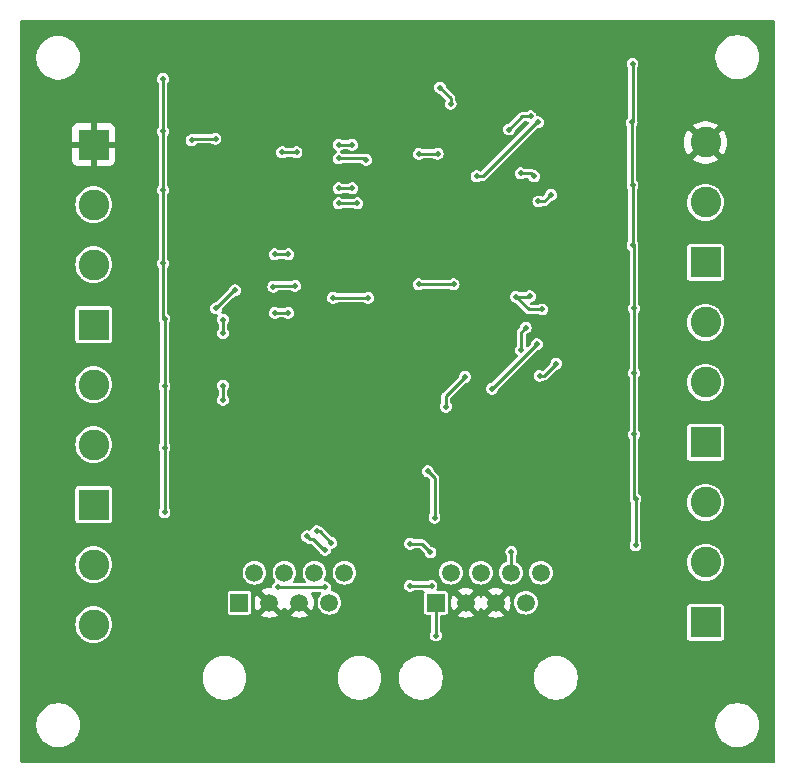
<source format=gbr>
%TF.GenerationSoftware,KiCad,Pcbnew,8.0.2*%
%TF.CreationDate,2024-10-12T15:23:14+02:00*%
%TF.ProjectId,OS-S88n,4f532d53-3838-46e2-9e6b-696361645f70,rev?*%
%TF.SameCoordinates,Original*%
%TF.FileFunction,Copper,L2,Bot*%
%TF.FilePolarity,Positive*%
%FSLAX46Y46*%
G04 Gerber Fmt 4.6, Leading zero omitted, Abs format (unit mm)*
G04 Created by KiCad (PCBNEW 8.0.2) date 2024-10-12 15:23:14*
%MOMM*%
%LPD*%
G01*
G04 APERTURE LIST*
%TA.AperFunction,ComponentPad*%
%ADD10R,2.600000X2.600000*%
%TD*%
%TA.AperFunction,ComponentPad*%
%ADD11C,2.600000*%
%TD*%
%TA.AperFunction,ComponentPad*%
%ADD12R,1.500000X1.500000*%
%TD*%
%TA.AperFunction,ComponentPad*%
%ADD13C,1.500000*%
%TD*%
%TA.AperFunction,ViaPad*%
%ADD14C,0.500000*%
%TD*%
%TA.AperFunction,Conductor*%
%ADD15C,0.250000*%
%TD*%
G04 APERTURE END LIST*
D10*
%TO.P,J101,1,Pin_1*%
%TO.N,/CS1/TRACK*%
X228305000Y-88302776D03*
D11*
%TO.P,J101,2,Pin_2*%
%TO.N,/CS2/TRACK*%
X228305000Y-83222776D03*
%TO.P,J101,3,Pin_3*%
%TO.N,/CS3/TRACK*%
X228305000Y-78142776D03*
%TD*%
D10*
%TO.P,J103,1,Pin_1*%
%TO.N,/CS7/TRACK*%
X228305000Y-57822776D03*
D11*
%TO.P,J103,2,Pin_2*%
%TO.N,/CS8/TRACK*%
X228305000Y-52742776D03*
%TO.P,J103,3,Pin_3*%
%TO.N,GND*%
X228305000Y-47662776D03*
%TD*%
D10*
%TO.P,J104,1,Pin_1*%
%TO.N,GND*%
X176500000Y-47852000D03*
D11*
%TO.P,J104,2,Pin_2*%
%TO.N,/CS9/TRACK*%
X176500000Y-52932000D03*
%TO.P,J104,3,Pin_3*%
%TO.N,/CS10/TRACK*%
X176500000Y-58012000D03*
%TD*%
D10*
%TO.P,J102,1,Pin_1*%
%TO.N,/CS4/TRACK*%
X228305000Y-73062776D03*
D11*
%TO.P,J102,2,Pin_2*%
%TO.N,/CS5/TRACK*%
X228305000Y-67982776D03*
%TO.P,J102,3,Pin_3*%
%TO.N,/CS6/TRACK*%
X228305000Y-62902776D03*
%TD*%
D12*
%TO.P,J2102,1*%
%TO.N,VCC*%
X205477000Y-86650000D03*
D13*
%TO.P,J2102,2*%
%TO.N,/RJ45/DATA_OUT*%
X206747000Y-84110000D03*
%TO.P,J2102,3*%
%TO.N,GND*%
X208017000Y-86650000D03*
%TO.P,J2102,4*%
%TO.N,/RJ45/CLOCK*%
X209287000Y-84110000D03*
%TO.P,J2102,5*%
%TO.N,GND*%
X210557000Y-86650000D03*
%TO.P,J2102,6*%
%TO.N,/RJ45/PL*%
X211827000Y-84110000D03*
%TO.P,J2102,7*%
%TO.N,Net-(J2101-Pad7)*%
X213097000Y-86650000D03*
%TO.P,J2102,8*%
%TO.N,unconnected-(J2102-Pad8)*%
X214367000Y-84110000D03*
%TD*%
D12*
%TO.P,J2101,1*%
%TO.N,VCC*%
X188840000Y-86650000D03*
D13*
%TO.P,J2101,2*%
%TO.N,/RJ45/DATA_IN*%
X190110000Y-84110000D03*
%TO.P,J2101,3*%
%TO.N,GND*%
X191380000Y-86650000D03*
%TO.P,J2101,4*%
%TO.N,/RJ45/CLOCK*%
X192650000Y-84110000D03*
%TO.P,J2101,5*%
%TO.N,GND*%
X193920000Y-86650000D03*
%TO.P,J2101,6*%
%TO.N,/RJ45/PL*%
X195190000Y-84110000D03*
%TO.P,J2101,7*%
%TO.N,Net-(J2101-Pad7)*%
X196460000Y-86650000D03*
%TO.P,J2101,8*%
%TO.N,unconnected-(J2101-Pad8)*%
X197730000Y-84110000D03*
%TD*%
D10*
%TO.P,J106,1,Pin_1*%
%TO.N,/CS14/TRACK*%
X176500000Y-78332000D03*
D11*
%TO.P,J106,2,Pin_2*%
%TO.N,/CS15/TRACK*%
X176500000Y-83412000D03*
%TO.P,J106,3,Pin_3*%
%TO.N,/CS16/TRACK*%
X176500000Y-88492000D03*
%TD*%
D10*
%TO.P,J105,1,Pin_1*%
%TO.N,/CS11/TRACK*%
X176500000Y-63092000D03*
D11*
%TO.P,J105,2,Pin_2*%
%TO.N,/CS12/TRACK*%
X176500000Y-68172000D03*
%TO.P,J105,3,Pin_3*%
%TO.N,/CS13/TRACK*%
X176500000Y-73252000D03*
%TD*%
D14*
%TO.N,GND*%
X186690000Y-44450000D03*
X199898000Y-70612000D03*
X222885000Y-54356000D03*
X202565000Y-39243000D03*
X221361000Y-38735000D03*
X209169000Y-65278000D03*
X202946000Y-77851000D03*
X223266000Y-42418000D03*
X213233000Y-69342000D03*
X210566000Y-93599000D03*
X178689000Y-64389000D03*
X179070000Y-74422000D03*
X217932000Y-62357000D03*
X217170000Y-79629000D03*
X201930000Y-69723000D03*
X179832000Y-78105000D03*
X200406000Y-62103000D03*
X200279000Y-58928000D03*
X213741000Y-58928000D03*
X213233000Y-42672000D03*
X218694000Y-76327000D03*
X222758000Y-50673000D03*
X223520000Y-89789000D03*
X224917000Y-64008000D03*
X183007000Y-53213000D03*
X202438000Y-58420000D03*
X186690000Y-52578000D03*
X183261000Y-75946000D03*
X173736000Y-63627000D03*
X181483000Y-44196000D03*
X198755000Y-75184000D03*
X173736000Y-85598000D03*
X187071000Y-58928000D03*
X181991000Y-95631000D03*
X205232000Y-70866000D03*
X183134000Y-58928000D03*
X206629000Y-47244000D03*
X224282000Y-74676000D03*
X199263000Y-77216000D03*
X186690000Y-65278000D03*
X202692000Y-62865000D03*
X225171000Y-53848000D03*
X198120000Y-79121000D03*
X179578000Y-88646000D03*
X193294000Y-61087000D03*
X221742000Y-84455000D03*
X192278000Y-79502000D03*
X193167000Y-55753000D03*
X231902000Y-64008000D03*
X173863000Y-73533000D03*
X204978000Y-69215000D03*
X180340000Y-56388000D03*
X209296000Y-62611000D03*
X191516000Y-82423000D03*
X208661000Y-45339000D03*
X186690000Y-53594000D03*
X184277000Y-64262000D03*
X223520000Y-48133000D03*
X190119000Y-65913000D03*
X181483000Y-59563000D03*
X209169000Y-58928000D03*
X207772000Y-49530000D03*
X184658000Y-75057000D03*
X207137000Y-65786000D03*
X190500000Y-75184000D03*
X209296000Y-74676000D03*
X188722000Y-53340000D03*
X225679000Y-69342000D03*
X206121000Y-77978000D03*
X231775000Y-54229000D03*
X223520000Y-44323000D03*
X183769000Y-81153000D03*
X173609000Y-55499000D03*
X210312000Y-41021000D03*
X200025000Y-46482000D03*
X217805000Y-56769000D03*
X188087000Y-97663000D03*
X202438000Y-50165000D03*
X188214000Y-79629000D03*
X217424000Y-50673000D03*
X224790000Y-57023000D03*
X186690000Y-49911000D03*
X187071000Y-38354000D03*
X180848000Y-51435000D03*
X210439000Y-74041000D03*
X216408000Y-38608000D03*
X233045000Y-89789000D03*
X192405000Y-93091000D03*
X196342000Y-97790000D03*
X217424000Y-41275000D03*
X183261000Y-69977000D03*
X174625000Y-50546000D03*
X211709000Y-51943000D03*
X183134000Y-48514000D03*
X183388000Y-65151000D03*
X221361000Y-54229000D03*
X224282000Y-79502000D03*
X186563000Y-70358000D03*
X207137000Y-62103000D03*
X217551000Y-53086000D03*
X208661000Y-38989000D03*
X181102000Y-64262000D03*
X223139000Y-46355000D03*
X221361000Y-44196000D03*
X223139000Y-56388000D03*
X188214000Y-64516000D03*
X188341000Y-62611000D03*
X219202000Y-82296000D03*
X218059000Y-54737000D03*
X183642000Y-89916000D03*
X176911000Y-93472000D03*
X191770000Y-74422000D03*
X210820000Y-66421000D03*
X217297000Y-68707000D03*
X206121000Y-73533000D03*
X198501000Y-38735000D03*
X221234000Y-59436000D03*
X203327000Y-46990000D03*
X221234000Y-49149000D03*
X173101000Y-78359000D03*
X208407000Y-60325000D03*
X232029000Y-72898000D03*
X221361000Y-60452000D03*
X217805000Y-47371000D03*
X217805000Y-44577000D03*
X223266000Y-60579000D03*
X219075000Y-71120000D03*
X231648000Y-81407000D03*
X211201000Y-54229000D03*
X204724000Y-77978000D03*
X179070000Y-83820000D03*
X176911000Y-43561000D03*
X220091000Y-94996000D03*
X173609000Y-67183000D03*
X187452000Y-55499000D03*
X231394000Y-46736000D03*
X181229000Y-47879000D03*
X204724000Y-76835000D03*
X187452000Y-77724000D03*
X217678000Y-59563000D03*
X187198000Y-46101000D03*
X216408000Y-70104000D03*
X225425000Y-49530000D03*
X199898000Y-50800000D03*
X206121000Y-76962000D03*
X193167000Y-58039000D03*
X191770000Y-38735000D03*
X178816000Y-68834000D03*
X201930000Y-65151000D03*
X173863000Y-91821000D03*
X194564000Y-66294000D03*
X178689000Y-38227000D03*
X210185000Y-51816000D03*
X183134000Y-43561000D03*
X213106000Y-98171000D03*
X221234000Y-76200000D03*
%TO.N,VCC*%
X222250000Y-72390000D03*
X182499000Y-68326000D03*
X182500000Y-79000000D03*
X182372000Y-57912000D03*
X182500000Y-73500000D03*
X186877500Y-61722000D03*
X207955901Y-67507100D03*
X222377000Y-77851000D03*
X222056500Y-45974000D03*
X222123000Y-56388000D03*
X182372000Y-42291000D03*
X222123000Y-51308000D03*
X184785000Y-47498000D03*
X205486000Y-89416500D03*
X182372000Y-46736000D03*
X206315143Y-70036858D03*
X188468000Y-60198000D03*
X205841767Y-43027767D03*
X182372000Y-51689000D03*
X182499000Y-62611000D03*
X204787500Y-75501500D03*
X222377000Y-81788000D03*
X222123000Y-41021000D03*
X222250000Y-67183000D03*
X206718431Y-44412431D03*
X205359000Y-79441500D03*
X186817000Y-47371000D03*
X222250000Y-61722000D03*
%TO.N,/CS6/CMOS*%
X214160267Y-52666733D03*
X215226733Y-52108267D03*
%TO.N,/CS15/CMOS*%
X191830500Y-62103000D03*
X192979500Y-62103000D03*
%TO.N,/CS16/CMOS*%
X187452000Y-69469000D03*
X187452000Y-63820500D03*
X187452000Y-68259500D03*
X187452000Y-62671500D03*
X192979500Y-57150000D03*
X191830500Y-57150000D03*
%TO.N,/SR-latch1/Q2*%
X215671233Y-66395767D03*
X214249000Y-67437000D03*
%TO.N,/SR-latch1/Q3*%
X214020233Y-64744767D03*
X210239109Y-68525892D03*
%TO.N,/SR-latch1/Q1*%
X212699767Y-65252767D03*
X213080767Y-63347767D03*
%TO.N,/SR-latch1/Q6*%
X213807500Y-50546000D03*
X212658500Y-50292000D03*
%TO.N,/SR-latch1/Q5*%
X214122000Y-45974000D03*
X208915000Y-50546000D03*
%TO.N,/SR-latch2/Q2*%
X198832500Y-52832000D03*
X197233500Y-52832000D03*
%TO.N,/SR-latch2/Q3*%
X198382500Y-51562000D03*
X197233500Y-51562000D03*
%TO.N,/SR-latch2/Q1*%
X198382500Y-47879000D03*
X197231000Y-47879000D03*
%TO.N,/RJ45/DATA_IN*%
X192075500Y-85344000D03*
X205105000Y-85217000D03*
X203284000Y-85217000D03*
X196088000Y-85344000D03*
%TO.N,/RJ45/PL*%
X211874733Y-82334733D03*
%TO.N,/RJ45/RESET*%
X213426500Y-60706000D03*
X197233500Y-49022000D03*
X205621500Y-48641000D03*
X214465795Y-61811796D03*
X204022500Y-59690000D03*
X193675000Y-48514000D03*
X211679500Y-46577000D03*
X206971500Y-59690000D03*
X196783500Y-60833000D03*
X192465500Y-48514000D03*
X193548000Y-59817000D03*
X213487000Y-45466000D03*
X204022500Y-48641000D03*
X212250000Y-60739000D03*
X199583500Y-49149000D03*
X191707198Y-59879802D03*
X199732500Y-60833000D03*
%TO.N,/RJ45/DATA_OUT*%
X203284000Y-81661000D03*
X205019000Y-82382000D03*
X194564000Y-81026000D03*
X196088000Y-82169000D03*
%TO.N,Net-(U2001-Q7)*%
X196635431Y-81573431D03*
X195377767Y-80569767D03*
%TD*%
D15*
%TO.N,VCC*%
X206315143Y-70036858D02*
X206315143Y-69147858D01*
X222250000Y-77724000D02*
X222377000Y-77851000D01*
X182372000Y-57912000D02*
X182372000Y-51689000D01*
X182372000Y-62484000D02*
X182372000Y-57912000D01*
X222056500Y-51241500D02*
X222123000Y-51308000D01*
X186817000Y-47371000D02*
X184912000Y-47371000D01*
X222123000Y-45907500D02*
X222056500Y-45974000D01*
X206718431Y-44412431D02*
X206718431Y-43904431D01*
X222250000Y-56515000D02*
X222250000Y-61722000D01*
X188468000Y-60198000D02*
X188401500Y-60198000D01*
X182372000Y-51689000D02*
X182372000Y-46736000D01*
X182500000Y-73500000D02*
X182500000Y-68327000D01*
X182372000Y-46736000D02*
X182372000Y-42291000D01*
X222056500Y-45974000D02*
X222056500Y-51241500D01*
X222377000Y-77851000D02*
X222377000Y-81788000D01*
X182500000Y-68327000D02*
X182499000Y-68326000D01*
X205477000Y-86650000D02*
X205477000Y-89407500D01*
X184912000Y-47371000D02*
X184785000Y-47498000D01*
X222250000Y-61722000D02*
X222250000Y-67183000D01*
X206718431Y-43904431D02*
X205841767Y-43027767D01*
X222123000Y-41021000D02*
X222123000Y-45907500D01*
X222123000Y-51308000D02*
X222123000Y-56388000D01*
X205477000Y-89407500D02*
X205486000Y-89416500D01*
X188401500Y-60198000D02*
X186877500Y-61722000D01*
X222250000Y-72390000D02*
X222250000Y-77724000D01*
X206315143Y-69147858D02*
X207955901Y-67507100D01*
X182499000Y-68326000D02*
X182499000Y-62611000D01*
X222123000Y-56388000D02*
X222250000Y-56515000D01*
X205359000Y-79441500D02*
X205359000Y-76073000D01*
X182500000Y-79000000D02*
X182500000Y-73500000D01*
X182499000Y-62611000D02*
X182372000Y-62484000D01*
X205359000Y-76073000D02*
X204787500Y-75501500D01*
X222250000Y-67183000D02*
X222250000Y-72390000D01*
%TO.N,/CS6/CMOS*%
X214668267Y-52666733D02*
X215226733Y-52108267D01*
X214160267Y-52666733D02*
X214668267Y-52666733D01*
%TO.N,/CS15/CMOS*%
X191830500Y-62103000D02*
X192979500Y-62103000D01*
%TO.N,/CS16/CMOS*%
X187452000Y-63820500D02*
X187452000Y-62671500D01*
X187452000Y-69469000D02*
X187452000Y-68259500D01*
X191830500Y-57150000D02*
X192979500Y-57150000D01*
%TO.N,/SR-latch1/Q2*%
X214249000Y-67437000D02*
X214630000Y-67437000D01*
X214630000Y-67437000D02*
X215671233Y-66395767D01*
%TO.N,/SR-latch1/Q3*%
X210239109Y-68525891D02*
X210239109Y-68525892D01*
X214020233Y-64744767D02*
X210239109Y-68525891D01*
%TO.N,/SR-latch1/Q1*%
X213080767Y-63347767D02*
X212699767Y-63728767D01*
X212699767Y-63728767D02*
X212699767Y-65252767D01*
%TO.N,/SR-latch1/Q6*%
X212658500Y-50292000D02*
X213553500Y-50292000D01*
X213553500Y-50292000D02*
X213807500Y-50546000D01*
%TO.N,/SR-latch1/Q5*%
X209423000Y-50546000D02*
X208915000Y-50546000D01*
X213995000Y-45974000D02*
X209423000Y-50546000D01*
X214122000Y-45974000D02*
X213995000Y-45974000D01*
%TO.N,/SR-latch2/Q2*%
X198832500Y-52832000D02*
X197233500Y-52832000D01*
%TO.N,/SR-latch2/Q3*%
X198382500Y-51562000D02*
X197233500Y-51562000D01*
%TO.N,/SR-latch2/Q1*%
X198382500Y-47879000D02*
X197231000Y-47879000D01*
%TO.N,/RJ45/DATA_IN*%
X205105000Y-85217000D02*
X203284000Y-85217000D01*
X196088000Y-85344000D02*
X192075500Y-85344000D01*
%TO.N,/RJ45/PL*%
X211874733Y-82334733D02*
X211874733Y-84062267D01*
X211874733Y-84062267D02*
X211827000Y-84110000D01*
%TO.N,/RJ45/RESET*%
X213322796Y-61811796D02*
X214465795Y-61811796D01*
X206971500Y-59690000D02*
X204022500Y-59690000D01*
X191770000Y-59817000D02*
X191707198Y-59879802D01*
X193675000Y-48514000D02*
X192465500Y-48514000D01*
X197233500Y-49022000D02*
X199456500Y-49022000D01*
X196783500Y-60833000D02*
X199732500Y-60833000D01*
X193548000Y-59817000D02*
X191770000Y-59817000D01*
X212790500Y-45466000D02*
X211679500Y-46577000D01*
X212250000Y-60739000D02*
X213322796Y-61811796D01*
X199456500Y-49022000D02*
X199583500Y-49149000D01*
X213393500Y-60739000D02*
X213426500Y-60706000D01*
X212250000Y-60739000D02*
X213393500Y-60739000D01*
X213487000Y-45466000D02*
X212790500Y-45466000D01*
X205621500Y-48641000D02*
X204022500Y-48641000D01*
%TO.N,/RJ45/DATA_OUT*%
X195961000Y-82169000D02*
X195072000Y-81280000D01*
X205019000Y-82382000D02*
X204298000Y-81661000D01*
X195072000Y-81280000D02*
X194818000Y-81280000D01*
X204298000Y-81661000D02*
X203284000Y-81661000D01*
X194818000Y-81280000D02*
X194564000Y-81026000D01*
X196088000Y-82169000D02*
X195961000Y-82169000D01*
%TO.N,Net-(U2001-Q7)*%
X195377767Y-80569767D02*
X195631767Y-80569767D01*
X195631767Y-80569767D02*
X196635431Y-81573431D01*
%TD*%
%TA.AperFunction,Conductor*%
%TO.N,GND*%
G36*
X234142539Y-37320185D02*
G01*
X234188294Y-37372989D01*
X234199500Y-37424500D01*
X234199500Y-100075500D01*
X234179815Y-100142539D01*
X234127011Y-100188294D01*
X234075500Y-100199500D01*
X170424500Y-100199500D01*
X170357461Y-100179815D01*
X170311706Y-100127011D01*
X170300500Y-100075500D01*
X170300500Y-96878711D01*
X171649500Y-96878711D01*
X171649500Y-97121288D01*
X171681161Y-97361785D01*
X171743947Y-97596104D01*
X171836773Y-97820205D01*
X171836776Y-97820212D01*
X171958064Y-98030289D01*
X171958066Y-98030292D01*
X171958067Y-98030293D01*
X172105733Y-98222736D01*
X172105739Y-98222743D01*
X172277256Y-98394260D01*
X172277262Y-98394265D01*
X172469711Y-98541936D01*
X172679788Y-98663224D01*
X172903900Y-98756054D01*
X173138211Y-98818838D01*
X173318586Y-98842584D01*
X173378711Y-98850500D01*
X173378712Y-98850500D01*
X173621289Y-98850500D01*
X173669388Y-98844167D01*
X173861789Y-98818838D01*
X174096100Y-98756054D01*
X174320212Y-98663224D01*
X174530289Y-98541936D01*
X174722738Y-98394265D01*
X174894265Y-98222738D01*
X175041936Y-98030289D01*
X175163224Y-97820212D01*
X175256054Y-97596100D01*
X175318838Y-97361789D01*
X175350500Y-97121288D01*
X175350500Y-96878712D01*
X175350500Y-96878711D01*
X229149500Y-96878711D01*
X229149500Y-97121288D01*
X229181161Y-97361785D01*
X229243947Y-97596104D01*
X229336773Y-97820205D01*
X229336776Y-97820212D01*
X229458064Y-98030289D01*
X229458066Y-98030292D01*
X229458067Y-98030293D01*
X229605733Y-98222736D01*
X229605739Y-98222743D01*
X229777256Y-98394260D01*
X229777262Y-98394265D01*
X229969711Y-98541936D01*
X230179788Y-98663224D01*
X230403900Y-98756054D01*
X230638211Y-98818838D01*
X230818586Y-98842584D01*
X230878711Y-98850500D01*
X230878712Y-98850500D01*
X231121289Y-98850500D01*
X231169388Y-98844167D01*
X231361789Y-98818838D01*
X231596100Y-98756054D01*
X231820212Y-98663224D01*
X232030289Y-98541936D01*
X232222738Y-98394265D01*
X232394265Y-98222738D01*
X232541936Y-98030289D01*
X232663224Y-97820212D01*
X232756054Y-97596100D01*
X232818838Y-97361789D01*
X232850500Y-97121288D01*
X232850500Y-96878712D01*
X232818838Y-96638211D01*
X232756054Y-96403900D01*
X232663224Y-96179788D01*
X232541936Y-95969711D01*
X232394265Y-95777262D01*
X232394260Y-95777256D01*
X232222743Y-95605739D01*
X232222736Y-95605733D01*
X232030293Y-95458067D01*
X232030292Y-95458066D01*
X232030289Y-95458064D01*
X231820212Y-95336776D01*
X231820205Y-95336773D01*
X231596104Y-95243947D01*
X231361785Y-95181161D01*
X231121289Y-95149500D01*
X231121288Y-95149500D01*
X230878712Y-95149500D01*
X230878711Y-95149500D01*
X230638214Y-95181161D01*
X230403895Y-95243947D01*
X230179794Y-95336773D01*
X230179785Y-95336777D01*
X229969706Y-95458067D01*
X229777263Y-95605733D01*
X229777256Y-95605739D01*
X229605739Y-95777256D01*
X229605733Y-95777263D01*
X229458067Y-95969706D01*
X229336777Y-96179785D01*
X229336773Y-96179794D01*
X229243947Y-96403895D01*
X229181161Y-96638214D01*
X229149500Y-96878711D01*
X175350500Y-96878711D01*
X175318838Y-96638211D01*
X175256054Y-96403900D01*
X175163224Y-96179788D01*
X175041936Y-95969711D01*
X174894265Y-95777262D01*
X174894260Y-95777256D01*
X174722743Y-95605739D01*
X174722736Y-95605733D01*
X174530293Y-95458067D01*
X174530292Y-95458066D01*
X174530289Y-95458064D01*
X174320212Y-95336776D01*
X174320205Y-95336773D01*
X174096104Y-95243947D01*
X173861785Y-95181161D01*
X173621289Y-95149500D01*
X173621288Y-95149500D01*
X173378712Y-95149500D01*
X173378711Y-95149500D01*
X173138214Y-95181161D01*
X172903895Y-95243947D01*
X172679794Y-95336773D01*
X172679785Y-95336777D01*
X172469706Y-95458067D01*
X172277263Y-95605733D01*
X172277256Y-95605739D01*
X172105739Y-95777256D01*
X172105733Y-95777263D01*
X171958067Y-95969706D01*
X171836777Y-96179785D01*
X171836773Y-96179794D01*
X171743947Y-96403895D01*
X171681161Y-96638214D01*
X171649500Y-96878711D01*
X170300500Y-96878711D01*
X170300500Y-92878711D01*
X185719500Y-92878711D01*
X185719500Y-93121288D01*
X185751161Y-93361785D01*
X185813947Y-93596104D01*
X185906773Y-93820205D01*
X185906776Y-93820212D01*
X186028064Y-94030289D01*
X186028066Y-94030292D01*
X186028067Y-94030293D01*
X186175733Y-94222736D01*
X186175739Y-94222743D01*
X186347256Y-94394260D01*
X186347262Y-94394265D01*
X186539711Y-94541936D01*
X186749788Y-94663224D01*
X186973900Y-94756054D01*
X187208211Y-94818838D01*
X187388586Y-94842584D01*
X187448711Y-94850500D01*
X187448712Y-94850500D01*
X187691289Y-94850500D01*
X187739388Y-94844167D01*
X187931789Y-94818838D01*
X188166100Y-94756054D01*
X188390212Y-94663224D01*
X188600289Y-94541936D01*
X188792738Y-94394265D01*
X188964265Y-94222738D01*
X189111936Y-94030289D01*
X189233224Y-93820212D01*
X189326054Y-93596100D01*
X189388838Y-93361789D01*
X189420500Y-93121288D01*
X189420500Y-92878712D01*
X189420500Y-92878711D01*
X197149500Y-92878711D01*
X197149500Y-93121288D01*
X197181161Y-93361785D01*
X197243947Y-93596104D01*
X197336773Y-93820205D01*
X197336776Y-93820212D01*
X197458064Y-94030289D01*
X197458066Y-94030292D01*
X197458067Y-94030293D01*
X197605733Y-94222736D01*
X197605739Y-94222743D01*
X197777256Y-94394260D01*
X197777262Y-94394265D01*
X197969711Y-94541936D01*
X198179788Y-94663224D01*
X198403900Y-94756054D01*
X198638211Y-94818838D01*
X198818586Y-94842584D01*
X198878711Y-94850500D01*
X198878712Y-94850500D01*
X199121289Y-94850500D01*
X199169388Y-94844167D01*
X199361789Y-94818838D01*
X199596100Y-94756054D01*
X199820212Y-94663224D01*
X200030289Y-94541936D01*
X200222738Y-94394265D01*
X200394265Y-94222738D01*
X200541936Y-94030289D01*
X200663224Y-93820212D01*
X200756054Y-93596100D01*
X200818838Y-93361789D01*
X200850500Y-93121288D01*
X200850500Y-92878712D01*
X200850500Y-92878711D01*
X202356500Y-92878711D01*
X202356500Y-93121288D01*
X202388161Y-93361785D01*
X202450947Y-93596104D01*
X202543773Y-93820205D01*
X202543776Y-93820212D01*
X202665064Y-94030289D01*
X202665066Y-94030292D01*
X202665067Y-94030293D01*
X202812733Y-94222736D01*
X202812739Y-94222743D01*
X202984256Y-94394260D01*
X202984262Y-94394265D01*
X203176711Y-94541936D01*
X203386788Y-94663224D01*
X203610900Y-94756054D01*
X203845211Y-94818838D01*
X204025586Y-94842584D01*
X204085711Y-94850500D01*
X204085712Y-94850500D01*
X204328289Y-94850500D01*
X204376388Y-94844167D01*
X204568789Y-94818838D01*
X204803100Y-94756054D01*
X205027212Y-94663224D01*
X205237289Y-94541936D01*
X205429738Y-94394265D01*
X205601265Y-94222738D01*
X205748936Y-94030289D01*
X205870224Y-93820212D01*
X205963054Y-93596100D01*
X206025838Y-93361789D01*
X206057500Y-93121288D01*
X206057500Y-92878712D01*
X206057500Y-92878711D01*
X213786500Y-92878711D01*
X213786500Y-93121288D01*
X213818161Y-93361785D01*
X213880947Y-93596104D01*
X213973773Y-93820205D01*
X213973776Y-93820212D01*
X214095064Y-94030289D01*
X214095066Y-94030292D01*
X214095067Y-94030293D01*
X214242733Y-94222736D01*
X214242739Y-94222743D01*
X214414256Y-94394260D01*
X214414262Y-94394265D01*
X214606711Y-94541936D01*
X214816788Y-94663224D01*
X215040900Y-94756054D01*
X215275211Y-94818838D01*
X215455586Y-94842584D01*
X215515711Y-94850500D01*
X215515712Y-94850500D01*
X215758289Y-94850500D01*
X215806388Y-94844167D01*
X215998789Y-94818838D01*
X216233100Y-94756054D01*
X216457212Y-94663224D01*
X216667289Y-94541936D01*
X216859738Y-94394265D01*
X217031265Y-94222738D01*
X217178936Y-94030289D01*
X217300224Y-93820212D01*
X217393054Y-93596100D01*
X217455838Y-93361789D01*
X217487500Y-93121288D01*
X217487500Y-92878712D01*
X217455838Y-92638211D01*
X217393054Y-92403900D01*
X217300224Y-92179788D01*
X217178936Y-91969711D01*
X217031265Y-91777262D01*
X217031260Y-91777256D01*
X216859743Y-91605739D01*
X216859736Y-91605733D01*
X216667293Y-91458067D01*
X216667292Y-91458066D01*
X216667289Y-91458064D01*
X216457212Y-91336776D01*
X216457205Y-91336773D01*
X216233104Y-91243947D01*
X215998785Y-91181161D01*
X215758289Y-91149500D01*
X215758288Y-91149500D01*
X215515712Y-91149500D01*
X215515711Y-91149500D01*
X215275214Y-91181161D01*
X215040895Y-91243947D01*
X214816794Y-91336773D01*
X214816785Y-91336777D01*
X214606706Y-91458067D01*
X214414263Y-91605733D01*
X214414256Y-91605739D01*
X214242739Y-91777256D01*
X214242733Y-91777263D01*
X214095067Y-91969706D01*
X213973777Y-92179785D01*
X213973773Y-92179794D01*
X213880947Y-92403895D01*
X213818161Y-92638214D01*
X213786500Y-92878711D01*
X206057500Y-92878711D01*
X206025838Y-92638211D01*
X205963054Y-92403900D01*
X205870224Y-92179788D01*
X205748936Y-91969711D01*
X205601265Y-91777262D01*
X205601260Y-91777256D01*
X205429743Y-91605739D01*
X205429736Y-91605733D01*
X205237293Y-91458067D01*
X205237292Y-91458066D01*
X205237289Y-91458064D01*
X205027212Y-91336776D01*
X205027205Y-91336773D01*
X204803104Y-91243947D01*
X204568785Y-91181161D01*
X204328289Y-91149500D01*
X204328288Y-91149500D01*
X204085712Y-91149500D01*
X204085711Y-91149500D01*
X203845214Y-91181161D01*
X203610895Y-91243947D01*
X203386794Y-91336773D01*
X203386785Y-91336777D01*
X203176706Y-91458067D01*
X202984263Y-91605733D01*
X202984256Y-91605739D01*
X202812739Y-91777256D01*
X202812733Y-91777263D01*
X202665067Y-91969706D01*
X202543777Y-92179785D01*
X202543773Y-92179794D01*
X202450947Y-92403895D01*
X202388161Y-92638214D01*
X202356500Y-92878711D01*
X200850500Y-92878711D01*
X200818838Y-92638211D01*
X200756054Y-92403900D01*
X200663224Y-92179788D01*
X200541936Y-91969711D01*
X200394265Y-91777262D01*
X200394260Y-91777256D01*
X200222743Y-91605739D01*
X200222736Y-91605733D01*
X200030293Y-91458067D01*
X200030292Y-91458066D01*
X200030289Y-91458064D01*
X199820212Y-91336776D01*
X199820205Y-91336773D01*
X199596104Y-91243947D01*
X199361785Y-91181161D01*
X199121289Y-91149500D01*
X199121288Y-91149500D01*
X198878712Y-91149500D01*
X198878711Y-91149500D01*
X198638214Y-91181161D01*
X198403895Y-91243947D01*
X198179794Y-91336773D01*
X198179785Y-91336777D01*
X197969706Y-91458067D01*
X197777263Y-91605733D01*
X197777256Y-91605739D01*
X197605739Y-91777256D01*
X197605733Y-91777263D01*
X197458067Y-91969706D01*
X197336777Y-92179785D01*
X197336773Y-92179794D01*
X197243947Y-92403895D01*
X197181161Y-92638214D01*
X197149500Y-92878711D01*
X189420500Y-92878711D01*
X189388838Y-92638211D01*
X189326054Y-92403900D01*
X189233224Y-92179788D01*
X189111936Y-91969711D01*
X188964265Y-91777262D01*
X188964260Y-91777256D01*
X188792743Y-91605739D01*
X188792736Y-91605733D01*
X188600293Y-91458067D01*
X188600292Y-91458066D01*
X188600289Y-91458064D01*
X188390212Y-91336776D01*
X188390205Y-91336773D01*
X188166104Y-91243947D01*
X187931785Y-91181161D01*
X187691289Y-91149500D01*
X187691288Y-91149500D01*
X187448712Y-91149500D01*
X187448711Y-91149500D01*
X187208214Y-91181161D01*
X186973895Y-91243947D01*
X186749794Y-91336773D01*
X186749785Y-91336777D01*
X186539706Y-91458067D01*
X186347263Y-91605733D01*
X186347256Y-91605739D01*
X186175739Y-91777256D01*
X186175733Y-91777263D01*
X186028067Y-91969706D01*
X185906777Y-92179785D01*
X185906773Y-92179794D01*
X185813947Y-92403895D01*
X185751161Y-92638214D01*
X185719500Y-92878711D01*
X170300500Y-92878711D01*
X170300500Y-88492000D01*
X174944706Y-88492000D01*
X174963853Y-88735297D01*
X175020830Y-88972619D01*
X175114222Y-89198089D01*
X175241737Y-89406173D01*
X175241738Y-89406176D01*
X175241741Y-89406179D01*
X175400241Y-89591759D01*
X175527578Y-89700515D01*
X175585823Y-89750261D01*
X175585826Y-89750262D01*
X175793910Y-89877777D01*
X176019381Y-89971169D01*
X176019378Y-89971169D01*
X176019384Y-89971170D01*
X176019388Y-89971172D01*
X176256698Y-90028146D01*
X176500000Y-90047294D01*
X176743302Y-90028146D01*
X176980612Y-89971172D01*
X177206089Y-89877777D01*
X177414179Y-89750259D01*
X177599759Y-89591759D01*
X177758259Y-89406179D01*
X177885777Y-89198089D01*
X177979172Y-88972612D01*
X178036146Y-88735302D01*
X178055294Y-88492000D01*
X178036146Y-88248698D01*
X177979172Y-88011388D01*
X177927115Y-87885710D01*
X177885777Y-87785910D01*
X177759962Y-87580600D01*
X177758261Y-87577825D01*
X177758261Y-87577823D01*
X177689863Y-87497740D01*
X177599759Y-87392241D01*
X177465277Y-87277383D01*
X177414176Y-87233738D01*
X177414173Y-87233737D01*
X177206089Y-87106222D01*
X176980618Y-87012830D01*
X176980621Y-87012830D01*
X176835970Y-86978102D01*
X176743302Y-86955854D01*
X176743300Y-86955853D01*
X176743297Y-86955853D01*
X176500000Y-86936706D01*
X176256702Y-86955853D01*
X176256698Y-86955854D01*
X176055726Y-87004104D01*
X176019380Y-87012830D01*
X175793910Y-87106222D01*
X175585826Y-87233737D01*
X175585823Y-87233738D01*
X175400241Y-87392241D01*
X175241738Y-87577823D01*
X175241737Y-87577826D01*
X175114222Y-87785910D01*
X175020830Y-88011380D01*
X174963853Y-88248702D01*
X174944706Y-88492000D01*
X170300500Y-88492000D01*
X170300500Y-85875321D01*
X187839500Y-85875321D01*
X187839500Y-87424678D01*
X187854032Y-87497735D01*
X187854033Y-87497739D01*
X187854034Y-87497740D01*
X187909399Y-87580601D01*
X187992260Y-87635966D01*
X187992264Y-87635967D01*
X188065321Y-87650499D01*
X188065324Y-87650500D01*
X188065326Y-87650500D01*
X189614676Y-87650500D01*
X189614677Y-87650499D01*
X189687740Y-87635966D01*
X189770601Y-87580601D01*
X189825966Y-87497740D01*
X189840500Y-87424674D01*
X189840500Y-86649999D01*
X190125225Y-86649999D01*
X190125225Y-86650000D01*
X190144287Y-86867884D01*
X190144289Y-86867894D01*
X190200894Y-87079150D01*
X190200898Y-87079159D01*
X190293333Y-87277387D01*
X190336874Y-87339571D01*
X191000000Y-86676445D01*
X191000000Y-86700028D01*
X191025896Y-86796675D01*
X191075924Y-86883325D01*
X191146675Y-86954076D01*
X191233325Y-87004104D01*
X191329972Y-87030000D01*
X191353553Y-87030000D01*
X190690427Y-87693124D01*
X190752612Y-87736666D01*
X190950840Y-87829101D01*
X190950849Y-87829105D01*
X191162105Y-87885710D01*
X191162115Y-87885712D01*
X191379999Y-87904775D01*
X191380001Y-87904775D01*
X191597884Y-87885712D01*
X191597894Y-87885710D01*
X191809150Y-87829105D01*
X191809164Y-87829100D01*
X192007383Y-87736669D01*
X192007385Y-87736668D01*
X192069571Y-87693124D01*
X191406448Y-87030000D01*
X191430028Y-87030000D01*
X191526675Y-87004104D01*
X191613325Y-86954076D01*
X191684076Y-86883325D01*
X191734104Y-86796675D01*
X191760000Y-86700028D01*
X191760000Y-86676446D01*
X192423124Y-87339570D01*
X192466668Y-87277385D01*
X192466669Y-87277383D01*
X192537618Y-87125233D01*
X192583790Y-87072793D01*
X192650983Y-87053641D01*
X192717865Y-87073856D01*
X192762382Y-87125232D01*
X192833333Y-87277387D01*
X192876874Y-87339571D01*
X193540000Y-86676445D01*
X193540000Y-86700028D01*
X193565896Y-86796675D01*
X193615924Y-86883325D01*
X193686675Y-86954076D01*
X193773325Y-87004104D01*
X193869972Y-87030000D01*
X193893553Y-87030000D01*
X193230427Y-87693124D01*
X193292612Y-87736666D01*
X193490840Y-87829101D01*
X193490849Y-87829105D01*
X193702105Y-87885710D01*
X193702115Y-87885712D01*
X193919999Y-87904775D01*
X193920001Y-87904775D01*
X194137884Y-87885712D01*
X194137894Y-87885710D01*
X194349150Y-87829105D01*
X194349164Y-87829100D01*
X194547383Y-87736669D01*
X194547385Y-87736668D01*
X194609571Y-87693124D01*
X193946448Y-87030000D01*
X193970028Y-87030000D01*
X194066675Y-87004104D01*
X194153325Y-86954076D01*
X194224076Y-86883325D01*
X194274104Y-86796675D01*
X194300000Y-86700028D01*
X194300000Y-86676446D01*
X194963124Y-87339570D01*
X195006668Y-87277385D01*
X195006669Y-87277383D01*
X195099100Y-87079164D01*
X195099105Y-87079150D01*
X195155710Y-86867894D01*
X195155712Y-86867884D01*
X195174775Y-86650000D01*
X195174775Y-86649999D01*
X195155712Y-86432115D01*
X195155710Y-86432105D01*
X195099105Y-86220849D01*
X195099101Y-86220840D01*
X195006666Y-86022612D01*
X195006664Y-86022608D01*
X194931052Y-85914623D01*
X194908725Y-85848417D01*
X194925735Y-85780650D01*
X194976683Y-85732837D01*
X195032627Y-85719500D01*
X195670164Y-85719500D01*
X195737203Y-85739185D01*
X195782958Y-85791989D01*
X195792902Y-85861147D01*
X195763877Y-85924703D01*
X195750754Y-85937478D01*
X195749118Y-85939114D01*
X195624090Y-86091460D01*
X195624086Y-86091467D01*
X195531188Y-86265266D01*
X195473975Y-86453870D01*
X195454659Y-86650000D01*
X195473975Y-86846129D01*
X195473976Y-86846132D01*
X195521729Y-87003553D01*
X195531188Y-87034733D01*
X195624086Y-87208532D01*
X195624090Y-87208539D01*
X195749116Y-87360883D01*
X195901460Y-87485909D01*
X195901467Y-87485913D01*
X196075266Y-87578811D01*
X196075269Y-87578811D01*
X196075273Y-87578814D01*
X196263868Y-87636024D01*
X196460000Y-87655341D01*
X196656132Y-87636024D01*
X196844727Y-87578814D01*
X196846576Y-87577826D01*
X196931632Y-87532362D01*
X197018538Y-87485910D01*
X197170883Y-87360883D01*
X197295910Y-87208538D01*
X197388814Y-87034727D01*
X197446024Y-86846132D01*
X197465341Y-86650000D01*
X197446024Y-86453868D01*
X197388814Y-86265273D01*
X197388811Y-86265269D01*
X197388811Y-86265266D01*
X197295913Y-86091467D01*
X197295909Y-86091460D01*
X197170883Y-85939116D01*
X197018539Y-85814090D01*
X197018532Y-85814086D01*
X196844733Y-85721188D01*
X196844727Y-85721186D01*
X196656132Y-85663976D01*
X196656129Y-85663975D01*
X196650302Y-85662208D01*
X196650918Y-85660174D01*
X196597533Y-85632237D01*
X196562970Y-85571516D01*
X196566721Y-85501747D01*
X196570853Y-85491517D01*
X196573165Y-85486457D01*
X196593647Y-85344000D01*
X196575387Y-85217000D01*
X202778353Y-85217000D01*
X202798834Y-85359456D01*
X202815623Y-85396217D01*
X202858623Y-85490373D01*
X202952872Y-85599143D01*
X203073947Y-85676953D01*
X203073950Y-85676954D01*
X203073949Y-85676954D01*
X203212036Y-85717499D01*
X203212038Y-85717500D01*
X203212039Y-85717500D01*
X203355962Y-85717500D01*
X203355962Y-85717499D01*
X203494053Y-85676953D01*
X203594834Y-85612184D01*
X203661874Y-85592500D01*
X204399203Y-85592500D01*
X204466242Y-85612185D01*
X204511997Y-85664989D01*
X204521941Y-85734147D01*
X204502306Y-85785389D01*
X204491035Y-85802257D01*
X204491032Y-85802264D01*
X204476500Y-85875321D01*
X204476500Y-87424678D01*
X204491032Y-87497735D01*
X204491033Y-87497739D01*
X204491034Y-87497740D01*
X204546399Y-87580601D01*
X204629260Y-87635966D01*
X204629264Y-87635967D01*
X204702321Y-87650499D01*
X204702324Y-87650500D01*
X204702326Y-87650500D01*
X204977500Y-87650500D01*
X205044539Y-87670185D01*
X205090294Y-87722989D01*
X205101500Y-87774500D01*
X205101500Y-89049702D01*
X205081815Y-89116741D01*
X205071214Y-89130903D01*
X205060625Y-89143122D01*
X205060622Y-89143128D01*
X205000834Y-89274043D01*
X204980353Y-89416500D01*
X205000834Y-89558956D01*
X205015815Y-89591759D01*
X205060623Y-89689873D01*
X205154872Y-89798643D01*
X205275947Y-89876453D01*
X205275950Y-89876454D01*
X205275949Y-89876454D01*
X205414036Y-89916999D01*
X205414038Y-89917000D01*
X205414039Y-89917000D01*
X205557962Y-89917000D01*
X205557962Y-89916999D01*
X205696053Y-89876453D01*
X205817128Y-89798643D01*
X205911377Y-89689873D01*
X205971165Y-89558957D01*
X205991647Y-89416500D01*
X205971165Y-89274043D01*
X205911377Y-89143127D01*
X205882785Y-89110129D01*
X205853762Y-89046573D01*
X205852500Y-89028928D01*
X205852500Y-87774500D01*
X205872185Y-87707461D01*
X205924989Y-87661706D01*
X205976500Y-87650500D01*
X206251676Y-87650500D01*
X206251677Y-87650499D01*
X206324740Y-87635966D01*
X206407601Y-87580601D01*
X206462966Y-87497740D01*
X206477500Y-87424674D01*
X206477500Y-86649999D01*
X206762225Y-86649999D01*
X206762225Y-86650000D01*
X206781287Y-86867884D01*
X206781289Y-86867894D01*
X206837894Y-87079150D01*
X206837898Y-87079159D01*
X206930333Y-87277387D01*
X206973874Y-87339571D01*
X207637000Y-86676445D01*
X207637000Y-86700028D01*
X207662896Y-86796675D01*
X207712924Y-86883325D01*
X207783675Y-86954076D01*
X207870325Y-87004104D01*
X207966972Y-87030000D01*
X207990553Y-87030000D01*
X207327427Y-87693124D01*
X207389612Y-87736666D01*
X207587840Y-87829101D01*
X207587849Y-87829105D01*
X207799105Y-87885710D01*
X207799115Y-87885712D01*
X208016999Y-87904775D01*
X208017001Y-87904775D01*
X208234884Y-87885712D01*
X208234894Y-87885710D01*
X208446150Y-87829105D01*
X208446164Y-87829100D01*
X208644383Y-87736669D01*
X208644385Y-87736668D01*
X208706571Y-87693124D01*
X208043448Y-87030000D01*
X208067028Y-87030000D01*
X208163675Y-87004104D01*
X208250325Y-86954076D01*
X208321076Y-86883325D01*
X208371104Y-86796675D01*
X208397000Y-86700028D01*
X208397000Y-86676446D01*
X209060124Y-87339570D01*
X209103668Y-87277385D01*
X209103669Y-87277383D01*
X209174618Y-87125233D01*
X209220790Y-87072793D01*
X209287983Y-87053641D01*
X209354865Y-87073856D01*
X209399382Y-87125232D01*
X209470333Y-87277387D01*
X209513874Y-87339571D01*
X210177000Y-86676445D01*
X210177000Y-86700028D01*
X210202896Y-86796675D01*
X210252924Y-86883325D01*
X210323675Y-86954076D01*
X210410325Y-87004104D01*
X210506972Y-87030000D01*
X210530553Y-87030000D01*
X209867427Y-87693124D01*
X209929612Y-87736666D01*
X210127840Y-87829101D01*
X210127849Y-87829105D01*
X210339105Y-87885710D01*
X210339115Y-87885712D01*
X210556999Y-87904775D01*
X210557001Y-87904775D01*
X210774884Y-87885712D01*
X210774894Y-87885710D01*
X210986150Y-87829105D01*
X210986164Y-87829100D01*
X211184383Y-87736669D01*
X211184385Y-87736668D01*
X211246571Y-87693124D01*
X210583448Y-87030000D01*
X210607028Y-87030000D01*
X210703675Y-87004104D01*
X210790325Y-86954076D01*
X210861076Y-86883325D01*
X210911104Y-86796675D01*
X210937000Y-86700028D01*
X210937000Y-86676446D01*
X211600124Y-87339570D01*
X211643668Y-87277385D01*
X211643669Y-87277383D01*
X211736100Y-87079164D01*
X211736105Y-87079150D01*
X211792710Y-86867894D01*
X211792712Y-86867884D01*
X211811775Y-86650000D01*
X212091659Y-86650000D01*
X212110975Y-86846129D01*
X212110976Y-86846132D01*
X212158729Y-87003553D01*
X212168188Y-87034733D01*
X212261086Y-87208532D01*
X212261090Y-87208539D01*
X212386116Y-87360883D01*
X212538460Y-87485909D01*
X212538467Y-87485913D01*
X212712266Y-87578811D01*
X212712269Y-87578811D01*
X212712273Y-87578814D01*
X212900868Y-87636024D01*
X213097000Y-87655341D01*
X213293132Y-87636024D01*
X213481727Y-87578814D01*
X213483576Y-87577826D01*
X213568632Y-87532362D01*
X213655538Y-87485910D01*
X213807883Y-87360883D01*
X213932910Y-87208538D01*
X214025814Y-87034727D01*
X214042993Y-86978097D01*
X226754500Y-86978097D01*
X226754500Y-89627454D01*
X226769032Y-89700511D01*
X226769033Y-89700515D01*
X226769034Y-89700516D01*
X226824399Y-89783377D01*
X226907260Y-89838742D01*
X226907264Y-89838743D01*
X226980321Y-89853275D01*
X226980324Y-89853276D01*
X226980326Y-89853276D01*
X229629676Y-89853276D01*
X229629677Y-89853275D01*
X229702740Y-89838742D01*
X229785601Y-89783377D01*
X229840966Y-89700516D01*
X229855500Y-89627450D01*
X229855500Y-86978102D01*
X229855500Y-86978099D01*
X229855499Y-86978097D01*
X229840967Y-86905040D01*
X229840966Y-86905036D01*
X229826459Y-86883325D01*
X229785601Y-86822175D01*
X229702740Y-86766810D01*
X229702739Y-86766809D01*
X229702735Y-86766808D01*
X229629677Y-86752276D01*
X229629674Y-86752276D01*
X226980326Y-86752276D01*
X226980323Y-86752276D01*
X226907264Y-86766808D01*
X226907260Y-86766809D01*
X226824399Y-86822175D01*
X226769033Y-86905036D01*
X226769032Y-86905040D01*
X226754500Y-86978097D01*
X214042993Y-86978097D01*
X214083024Y-86846132D01*
X214102341Y-86650000D01*
X214083024Y-86453868D01*
X214025814Y-86265273D01*
X214025811Y-86265269D01*
X214025811Y-86265266D01*
X213932913Y-86091467D01*
X213932909Y-86091460D01*
X213807883Y-85939116D01*
X213655539Y-85814090D01*
X213655532Y-85814086D01*
X213481733Y-85721188D01*
X213481727Y-85721186D01*
X213355997Y-85683046D01*
X213293129Y-85663975D01*
X213097000Y-85644659D01*
X212900870Y-85663975D01*
X212712266Y-85721188D01*
X212538467Y-85814086D01*
X212538460Y-85814090D01*
X212386116Y-85939116D01*
X212261090Y-86091460D01*
X212261086Y-86091467D01*
X212168188Y-86265266D01*
X212110975Y-86453870D01*
X212091659Y-86650000D01*
X211811775Y-86650000D01*
X211811775Y-86649999D01*
X211792712Y-86432115D01*
X211792710Y-86432105D01*
X211736105Y-86220849D01*
X211736101Y-86220840D01*
X211643667Y-86022614D01*
X211643666Y-86022612D01*
X211600124Y-85960428D01*
X211600124Y-85960427D01*
X210937000Y-86623551D01*
X210937000Y-86599972D01*
X210911104Y-86503325D01*
X210861076Y-86416675D01*
X210790325Y-86345924D01*
X210703675Y-86295896D01*
X210607028Y-86270000D01*
X210583447Y-86270000D01*
X211246571Y-85606874D01*
X211184387Y-85563333D01*
X210986159Y-85470898D01*
X210986150Y-85470894D01*
X210774894Y-85414289D01*
X210774884Y-85414287D01*
X210557001Y-85395225D01*
X210556999Y-85395225D01*
X210339115Y-85414287D01*
X210339105Y-85414289D01*
X210127849Y-85470894D01*
X210127840Y-85470898D01*
X209929613Y-85563333D01*
X209867428Y-85606874D01*
X210530554Y-86270000D01*
X210506972Y-86270000D01*
X210410325Y-86295896D01*
X210323675Y-86345924D01*
X210252924Y-86416675D01*
X210202896Y-86503325D01*
X210177000Y-86599972D01*
X210177000Y-86623554D01*
X209513874Y-85960428D01*
X209470333Y-86022613D01*
X209399382Y-86174767D01*
X209353209Y-86227206D01*
X209286016Y-86246358D01*
X209219135Y-86226142D01*
X209174618Y-86174767D01*
X209103667Y-86022614D01*
X209103666Y-86022612D01*
X209060124Y-85960428D01*
X209060124Y-85960427D01*
X208397000Y-86623551D01*
X208397000Y-86599972D01*
X208371104Y-86503325D01*
X208321076Y-86416675D01*
X208250325Y-86345924D01*
X208163675Y-86295896D01*
X208067028Y-86270000D01*
X208043447Y-86270000D01*
X208706571Y-85606874D01*
X208644387Y-85563333D01*
X208446159Y-85470898D01*
X208446150Y-85470894D01*
X208234894Y-85414289D01*
X208234884Y-85414287D01*
X208017001Y-85395225D01*
X208016999Y-85395225D01*
X207799115Y-85414287D01*
X207799105Y-85414289D01*
X207587849Y-85470894D01*
X207587840Y-85470898D01*
X207389613Y-85563333D01*
X207327428Y-85606874D01*
X207990554Y-86270000D01*
X207966972Y-86270000D01*
X207870325Y-86295896D01*
X207783675Y-86345924D01*
X207712924Y-86416675D01*
X207662896Y-86503325D01*
X207637000Y-86599972D01*
X207637000Y-86623553D01*
X206973874Y-85960428D01*
X206930333Y-86022613D01*
X206837898Y-86220840D01*
X206837894Y-86220849D01*
X206781289Y-86432105D01*
X206781287Y-86432115D01*
X206762225Y-86649999D01*
X206477500Y-86649999D01*
X206477500Y-85875326D01*
X206477500Y-85875323D01*
X206477499Y-85875321D01*
X206462967Y-85802264D01*
X206462966Y-85802260D01*
X206420821Y-85739185D01*
X206407601Y-85719399D01*
X206352235Y-85682405D01*
X206324739Y-85664033D01*
X206324735Y-85664032D01*
X206251677Y-85649500D01*
X206251674Y-85649500D01*
X205650654Y-85649500D01*
X205583615Y-85629815D01*
X205537860Y-85577011D01*
X205527916Y-85507853D01*
X205537860Y-85473988D01*
X205565125Y-85414287D01*
X205590165Y-85359457D01*
X205610647Y-85217000D01*
X205590165Y-85074543D01*
X205530377Y-84943627D01*
X205436128Y-84834857D01*
X205315053Y-84757047D01*
X205315051Y-84757046D01*
X205315049Y-84757045D01*
X205315050Y-84757045D01*
X205176963Y-84716500D01*
X205176961Y-84716500D01*
X205033039Y-84716500D01*
X205033036Y-84716500D01*
X204894949Y-84757045D01*
X204894948Y-84757046D01*
X204794166Y-84821815D01*
X204727126Y-84841500D01*
X203661874Y-84841500D01*
X203594835Y-84821815D01*
X203594834Y-84821815D01*
X203542024Y-84787876D01*
X203494053Y-84757047D01*
X203494052Y-84757046D01*
X203494051Y-84757046D01*
X203494050Y-84757045D01*
X203355963Y-84716500D01*
X203355961Y-84716500D01*
X203212039Y-84716500D01*
X203212036Y-84716500D01*
X203073949Y-84757045D01*
X202952873Y-84834856D01*
X202858623Y-84943626D01*
X202858622Y-84943628D01*
X202798834Y-85074543D01*
X202778353Y-85217000D01*
X196575387Y-85217000D01*
X196573165Y-85201543D01*
X196513377Y-85070627D01*
X196419128Y-84961857D01*
X196298053Y-84884047D01*
X196298051Y-84884046D01*
X196298049Y-84884045D01*
X196298050Y-84884045D01*
X196159963Y-84843500D01*
X196159961Y-84843500D01*
X196139273Y-84843500D01*
X196072234Y-84823815D01*
X196026479Y-84771011D01*
X196016535Y-84701853D01*
X196029915Y-84661047D01*
X196118811Y-84494733D01*
X196118811Y-84494732D01*
X196118814Y-84494727D01*
X196176024Y-84306132D01*
X196195341Y-84110000D01*
X196724659Y-84110000D01*
X196743975Y-84306129D01*
X196748952Y-84322535D01*
X196797033Y-84481038D01*
X196801188Y-84494733D01*
X196894086Y-84668532D01*
X196894090Y-84668539D01*
X197019116Y-84820883D01*
X197171460Y-84945909D01*
X197171467Y-84945913D01*
X197345266Y-85038811D01*
X197345269Y-85038811D01*
X197345273Y-85038814D01*
X197533868Y-85096024D01*
X197730000Y-85115341D01*
X197926132Y-85096024D01*
X198114727Y-85038814D01*
X198288538Y-84945910D01*
X198440883Y-84820883D01*
X198565910Y-84668538D01*
X198658814Y-84494727D01*
X198716024Y-84306132D01*
X198735341Y-84110000D01*
X205741659Y-84110000D01*
X205760975Y-84306129D01*
X205765952Y-84322535D01*
X205814033Y-84481038D01*
X205818188Y-84494733D01*
X205911086Y-84668532D01*
X205911090Y-84668539D01*
X206036116Y-84820883D01*
X206188460Y-84945909D01*
X206188467Y-84945913D01*
X206362266Y-85038811D01*
X206362269Y-85038811D01*
X206362273Y-85038814D01*
X206550868Y-85096024D01*
X206747000Y-85115341D01*
X206943132Y-85096024D01*
X207131727Y-85038814D01*
X207305538Y-84945910D01*
X207457883Y-84820883D01*
X207582910Y-84668538D01*
X207675814Y-84494727D01*
X207733024Y-84306132D01*
X207752341Y-84110000D01*
X208281659Y-84110000D01*
X208300975Y-84306129D01*
X208305952Y-84322535D01*
X208354033Y-84481038D01*
X208358188Y-84494733D01*
X208451086Y-84668532D01*
X208451090Y-84668539D01*
X208576116Y-84820883D01*
X208728460Y-84945909D01*
X208728467Y-84945913D01*
X208902266Y-85038811D01*
X208902269Y-85038811D01*
X208902273Y-85038814D01*
X209090868Y-85096024D01*
X209287000Y-85115341D01*
X209483132Y-85096024D01*
X209671727Y-85038814D01*
X209845538Y-84945910D01*
X209997883Y-84820883D01*
X210122910Y-84668538D01*
X210215814Y-84494727D01*
X210273024Y-84306132D01*
X210292341Y-84110000D01*
X210821659Y-84110000D01*
X210840975Y-84306129D01*
X210845952Y-84322535D01*
X210894033Y-84481038D01*
X210898188Y-84494733D01*
X210991086Y-84668532D01*
X210991090Y-84668539D01*
X211116116Y-84820883D01*
X211268460Y-84945909D01*
X211268467Y-84945913D01*
X211442266Y-85038811D01*
X211442269Y-85038811D01*
X211442273Y-85038814D01*
X211630868Y-85096024D01*
X211827000Y-85115341D01*
X212023132Y-85096024D01*
X212211727Y-85038814D01*
X212385538Y-84945910D01*
X212537883Y-84820883D01*
X212662910Y-84668538D01*
X212755814Y-84494727D01*
X212813024Y-84306132D01*
X212832341Y-84110000D01*
X213361659Y-84110000D01*
X213380975Y-84306129D01*
X213385952Y-84322535D01*
X213434033Y-84481038D01*
X213438188Y-84494733D01*
X213531086Y-84668532D01*
X213531090Y-84668539D01*
X213656116Y-84820883D01*
X213808460Y-84945909D01*
X213808467Y-84945913D01*
X213982266Y-85038811D01*
X213982269Y-85038811D01*
X213982273Y-85038814D01*
X214170868Y-85096024D01*
X214367000Y-85115341D01*
X214563132Y-85096024D01*
X214751727Y-85038814D01*
X214925538Y-84945910D01*
X215077883Y-84820883D01*
X215202910Y-84668538D01*
X215295814Y-84494727D01*
X215353024Y-84306132D01*
X215372341Y-84110000D01*
X215353024Y-83913868D01*
X215295814Y-83725273D01*
X215295811Y-83725269D01*
X215295811Y-83725266D01*
X215202913Y-83551467D01*
X215202909Y-83551460D01*
X215077883Y-83399116D01*
X214925539Y-83274090D01*
X214925532Y-83274086D01*
X214829538Y-83222776D01*
X226749706Y-83222776D01*
X226768853Y-83466073D01*
X226768853Y-83466076D01*
X226768854Y-83466078D01*
X226814283Y-83655302D01*
X226825830Y-83703395D01*
X226919222Y-83928865D01*
X227046737Y-84136949D01*
X227046738Y-84136952D01*
X227046741Y-84136955D01*
X227205241Y-84322535D01*
X227348897Y-84445229D01*
X227390823Y-84481037D01*
X227390826Y-84481038D01*
X227598910Y-84608553D01*
X227824381Y-84701945D01*
X227824378Y-84701945D01*
X227824384Y-84701946D01*
X227824388Y-84701948D01*
X228061698Y-84758922D01*
X228305000Y-84778070D01*
X228548302Y-84758922D01*
X228785612Y-84701948D01*
X229011089Y-84608553D01*
X229219179Y-84481035D01*
X229404759Y-84322535D01*
X229563259Y-84136955D01*
X229690777Y-83928865D01*
X229784172Y-83703388D01*
X229841146Y-83466078D01*
X229860294Y-83222776D01*
X229841146Y-82979474D01*
X229784172Y-82742164D01*
X229769156Y-82705911D01*
X229690777Y-82516686D01*
X229563262Y-82308602D01*
X229563261Y-82308599D01*
X229504281Y-82239543D01*
X229404759Y-82123017D01*
X229260556Y-81999856D01*
X229219176Y-81964514D01*
X229219173Y-81964513D01*
X229011089Y-81836998D01*
X228785618Y-81743606D01*
X228785621Y-81743606D01*
X228569915Y-81691819D01*
X228548302Y-81686630D01*
X228548300Y-81686629D01*
X228548297Y-81686629D01*
X228305000Y-81667482D01*
X228061702Y-81686629D01*
X227824380Y-81743606D01*
X227598910Y-81836998D01*
X227390826Y-81964513D01*
X227390823Y-81964514D01*
X227205241Y-82123017D01*
X227046738Y-82308599D01*
X227046737Y-82308602D01*
X226919222Y-82516686D01*
X226825830Y-82742156D01*
X226768853Y-82979478D01*
X226749706Y-83222776D01*
X214829538Y-83222776D01*
X214751733Y-83181188D01*
X214751727Y-83181186D01*
X214625997Y-83143046D01*
X214563129Y-83123975D01*
X214367000Y-83104659D01*
X214170870Y-83123975D01*
X213982266Y-83181188D01*
X213808467Y-83274086D01*
X213808460Y-83274090D01*
X213656116Y-83399116D01*
X213531090Y-83551460D01*
X213531086Y-83551467D01*
X213438188Y-83725266D01*
X213380975Y-83913870D01*
X213361659Y-84110000D01*
X212832341Y-84110000D01*
X212813024Y-83913868D01*
X212755814Y-83725273D01*
X212755811Y-83725269D01*
X212755811Y-83725266D01*
X212662913Y-83551467D01*
X212662909Y-83551460D01*
X212537883Y-83399116D01*
X212385539Y-83274090D01*
X212315778Y-83236801D01*
X212265934Y-83187838D01*
X212250233Y-83127444D01*
X212250233Y-82711916D01*
X212269918Y-82644877D01*
X212280516Y-82630718D01*
X212300110Y-82608106D01*
X212359898Y-82477190D01*
X212380380Y-82334733D01*
X212359898Y-82192276D01*
X212300110Y-82061360D01*
X212205861Y-81952590D01*
X212084786Y-81874780D01*
X212084784Y-81874779D01*
X212084782Y-81874778D01*
X212084783Y-81874778D01*
X211946696Y-81834233D01*
X211946694Y-81834233D01*
X211802772Y-81834233D01*
X211802769Y-81834233D01*
X211664682Y-81874778D01*
X211543606Y-81952589D01*
X211449356Y-82061359D01*
X211449355Y-82061361D01*
X211389567Y-82192276D01*
X211369086Y-82334733D01*
X211389567Y-82477189D01*
X211449355Y-82608104D01*
X211449356Y-82608106D01*
X211468945Y-82630713D01*
X211497971Y-82694267D01*
X211499233Y-82711916D01*
X211499233Y-83076417D01*
X211479548Y-83143456D01*
X211433686Y-83185775D01*
X211268467Y-83274086D01*
X211268460Y-83274090D01*
X211116116Y-83399116D01*
X210991090Y-83551460D01*
X210991086Y-83551467D01*
X210898188Y-83725266D01*
X210840975Y-83913870D01*
X210821659Y-84110000D01*
X210292341Y-84110000D01*
X210273024Y-83913868D01*
X210215814Y-83725273D01*
X210215811Y-83725269D01*
X210215811Y-83725266D01*
X210122913Y-83551467D01*
X210122909Y-83551460D01*
X209997883Y-83399116D01*
X209845539Y-83274090D01*
X209845532Y-83274086D01*
X209671733Y-83181188D01*
X209671727Y-83181186D01*
X209545997Y-83143046D01*
X209483129Y-83123975D01*
X209287000Y-83104659D01*
X209090870Y-83123975D01*
X208902266Y-83181188D01*
X208728467Y-83274086D01*
X208728460Y-83274090D01*
X208576116Y-83399116D01*
X208451090Y-83551460D01*
X208451086Y-83551467D01*
X208358188Y-83725266D01*
X208300975Y-83913870D01*
X208281659Y-84110000D01*
X207752341Y-84110000D01*
X207733024Y-83913868D01*
X207675814Y-83725273D01*
X207675811Y-83725269D01*
X207675811Y-83725266D01*
X207582913Y-83551467D01*
X207582909Y-83551460D01*
X207457883Y-83399116D01*
X207305539Y-83274090D01*
X207305532Y-83274086D01*
X207131733Y-83181188D01*
X207131727Y-83181186D01*
X207005997Y-83143046D01*
X206943129Y-83123975D01*
X206747000Y-83104659D01*
X206550870Y-83123975D01*
X206362266Y-83181188D01*
X206188467Y-83274086D01*
X206188460Y-83274090D01*
X206036116Y-83399116D01*
X205911090Y-83551460D01*
X205911086Y-83551467D01*
X205818188Y-83725266D01*
X205760975Y-83913870D01*
X205741659Y-84110000D01*
X198735341Y-84110000D01*
X198716024Y-83913868D01*
X198658814Y-83725273D01*
X198658811Y-83725269D01*
X198658811Y-83725266D01*
X198565913Y-83551467D01*
X198565909Y-83551460D01*
X198440883Y-83399116D01*
X198288539Y-83274090D01*
X198288532Y-83274086D01*
X198114733Y-83181188D01*
X198114727Y-83181186D01*
X197988997Y-83143046D01*
X197926129Y-83123975D01*
X197730000Y-83104659D01*
X197533870Y-83123975D01*
X197345266Y-83181188D01*
X197171467Y-83274086D01*
X197171460Y-83274090D01*
X197019116Y-83399116D01*
X196894090Y-83551460D01*
X196894086Y-83551467D01*
X196801188Y-83725266D01*
X196743975Y-83913870D01*
X196724659Y-84110000D01*
X196195341Y-84110000D01*
X196176024Y-83913868D01*
X196118814Y-83725273D01*
X196118811Y-83725269D01*
X196118811Y-83725266D01*
X196025913Y-83551467D01*
X196025909Y-83551460D01*
X195900883Y-83399116D01*
X195748539Y-83274090D01*
X195748532Y-83274086D01*
X195574733Y-83181188D01*
X195574727Y-83181186D01*
X195448997Y-83143046D01*
X195386129Y-83123975D01*
X195190000Y-83104659D01*
X194993870Y-83123975D01*
X194805266Y-83181188D01*
X194631467Y-83274086D01*
X194631460Y-83274090D01*
X194479116Y-83399116D01*
X194354090Y-83551460D01*
X194354086Y-83551467D01*
X194261188Y-83725266D01*
X194203975Y-83913870D01*
X194184659Y-84110000D01*
X194203975Y-84306129D01*
X194208952Y-84322535D01*
X194257033Y-84481038D01*
X194261188Y-84494733D01*
X194354086Y-84668532D01*
X194354089Y-84668536D01*
X194354090Y-84668538D01*
X194355504Y-84670261D01*
X194433939Y-84765835D01*
X194461252Y-84830145D01*
X194449461Y-84899013D01*
X194402309Y-84950573D01*
X194338086Y-84968500D01*
X193501914Y-84968500D01*
X193434875Y-84948815D01*
X193389120Y-84896011D01*
X193379176Y-84826853D01*
X193406061Y-84765835D01*
X193458569Y-84701853D01*
X193485910Y-84668538D01*
X193578814Y-84494727D01*
X193636024Y-84306132D01*
X193655341Y-84110000D01*
X193636024Y-83913868D01*
X193578814Y-83725273D01*
X193578811Y-83725269D01*
X193578811Y-83725266D01*
X193485913Y-83551467D01*
X193485909Y-83551460D01*
X193360883Y-83399116D01*
X193208539Y-83274090D01*
X193208532Y-83274086D01*
X193034733Y-83181188D01*
X193034727Y-83181186D01*
X192908997Y-83143046D01*
X192846129Y-83123975D01*
X192650000Y-83104659D01*
X192453870Y-83123975D01*
X192265266Y-83181188D01*
X192091467Y-83274086D01*
X192091460Y-83274090D01*
X191939116Y-83399116D01*
X191814090Y-83551460D01*
X191814086Y-83551467D01*
X191721188Y-83725266D01*
X191663975Y-83913870D01*
X191644659Y-84110000D01*
X191663975Y-84306129D01*
X191668952Y-84322535D01*
X191717033Y-84481038D01*
X191721188Y-84494733D01*
X191814086Y-84668532D01*
X191814090Y-84668539D01*
X191859250Y-84723566D01*
X191886563Y-84787876D01*
X191874772Y-84856744D01*
X191830437Y-84906546D01*
X191744374Y-84961855D01*
X191650123Y-85070626D01*
X191650122Y-85070628D01*
X191590334Y-85201543D01*
X191576914Y-85294887D01*
X191547889Y-85358443D01*
X191489111Y-85396217D01*
X191443370Y-85400768D01*
X191380004Y-85395225D01*
X191379999Y-85395225D01*
X191162115Y-85414287D01*
X191162105Y-85414289D01*
X190950849Y-85470894D01*
X190950840Y-85470898D01*
X190752613Y-85563333D01*
X190690427Y-85606874D01*
X191353553Y-86270000D01*
X191329972Y-86270000D01*
X191233325Y-86295896D01*
X191146675Y-86345924D01*
X191075924Y-86416675D01*
X191025896Y-86503325D01*
X191000000Y-86599972D01*
X191000000Y-86623554D01*
X190336874Y-85960428D01*
X190293333Y-86022613D01*
X190200898Y-86220840D01*
X190200894Y-86220849D01*
X190144289Y-86432105D01*
X190144287Y-86432115D01*
X190125225Y-86649999D01*
X189840500Y-86649999D01*
X189840500Y-85875326D01*
X189840500Y-85875323D01*
X189840499Y-85875321D01*
X189825967Y-85802264D01*
X189825966Y-85802260D01*
X189783821Y-85739185D01*
X189770601Y-85719399D01*
X189715235Y-85682405D01*
X189687739Y-85664033D01*
X189687735Y-85664032D01*
X189614677Y-85649500D01*
X189614674Y-85649500D01*
X188065326Y-85649500D01*
X188065323Y-85649500D01*
X187992264Y-85664032D01*
X187992260Y-85664033D01*
X187909399Y-85719399D01*
X187854033Y-85802260D01*
X187854032Y-85802264D01*
X187839500Y-85875321D01*
X170300500Y-85875321D01*
X170300500Y-83412000D01*
X174944706Y-83412000D01*
X174963853Y-83655297D01*
X174963853Y-83655300D01*
X174963854Y-83655302D01*
X174975400Y-83703395D01*
X175020830Y-83892619D01*
X175114222Y-84118089D01*
X175241737Y-84326173D01*
X175241738Y-84326176D01*
X175241741Y-84326179D01*
X175400241Y-84511759D01*
X175543897Y-84634453D01*
X175585823Y-84670261D01*
X175585826Y-84670262D01*
X175793910Y-84797777D01*
X176019381Y-84891169D01*
X176019378Y-84891169D01*
X176019384Y-84891170D01*
X176019388Y-84891172D01*
X176256698Y-84948146D01*
X176500000Y-84967294D01*
X176743302Y-84948146D01*
X176980612Y-84891172D01*
X177206089Y-84797777D01*
X177414179Y-84670259D01*
X177599759Y-84511759D01*
X177758259Y-84326179D01*
X177885777Y-84118089D01*
X177889128Y-84110000D01*
X189104659Y-84110000D01*
X189123975Y-84306129D01*
X189128952Y-84322535D01*
X189177033Y-84481038D01*
X189181188Y-84494733D01*
X189274086Y-84668532D01*
X189274090Y-84668539D01*
X189399116Y-84820883D01*
X189551460Y-84945909D01*
X189551467Y-84945913D01*
X189725266Y-85038811D01*
X189725269Y-85038811D01*
X189725273Y-85038814D01*
X189913868Y-85096024D01*
X190110000Y-85115341D01*
X190306132Y-85096024D01*
X190494727Y-85038814D01*
X190668538Y-84945910D01*
X190820883Y-84820883D01*
X190945910Y-84668538D01*
X191038814Y-84494727D01*
X191096024Y-84306132D01*
X191115341Y-84110000D01*
X191096024Y-83913868D01*
X191038814Y-83725273D01*
X191038811Y-83725269D01*
X191038811Y-83725266D01*
X190945913Y-83551467D01*
X190945909Y-83551460D01*
X190820883Y-83399116D01*
X190668539Y-83274090D01*
X190668532Y-83274086D01*
X190494733Y-83181188D01*
X190494727Y-83181186D01*
X190368997Y-83143046D01*
X190306129Y-83123975D01*
X190110000Y-83104659D01*
X189913870Y-83123975D01*
X189725266Y-83181188D01*
X189551467Y-83274086D01*
X189551460Y-83274090D01*
X189399116Y-83399116D01*
X189274090Y-83551460D01*
X189274086Y-83551467D01*
X189181188Y-83725266D01*
X189123975Y-83913870D01*
X189104659Y-84110000D01*
X177889128Y-84110000D01*
X177979172Y-83892612D01*
X178036146Y-83655302D01*
X178055294Y-83412000D01*
X178036146Y-83168698D01*
X177979172Y-82931388D01*
X177958922Y-82882499D01*
X177885777Y-82705910D01*
X177758262Y-82497826D01*
X177758261Y-82497823D01*
X177710900Y-82442371D01*
X177599759Y-82312241D01*
X177445258Y-82180285D01*
X177414176Y-82153738D01*
X177414173Y-82153737D01*
X177206089Y-82026222D01*
X176980618Y-81932830D01*
X176980621Y-81932830D01*
X176874992Y-81907470D01*
X176743302Y-81875854D01*
X176743300Y-81875853D01*
X176743297Y-81875853D01*
X176500000Y-81856706D01*
X176256702Y-81875853D01*
X176256698Y-81875854D01*
X176064294Y-81922047D01*
X176019380Y-81932830D01*
X175793910Y-82026222D01*
X175585826Y-82153737D01*
X175585823Y-82153738D01*
X175400241Y-82312241D01*
X175241738Y-82497823D01*
X175241737Y-82497826D01*
X175114222Y-82705910D01*
X175020830Y-82931380D01*
X174963853Y-83168702D01*
X174944706Y-83412000D01*
X170300500Y-83412000D01*
X170300500Y-81026000D01*
X194058353Y-81026000D01*
X194078834Y-81168456D01*
X194132287Y-81285500D01*
X194138623Y-81299373D01*
X194232872Y-81408143D01*
X194353947Y-81485953D01*
X194353950Y-81485954D01*
X194353949Y-81485954D01*
X194492037Y-81526500D01*
X194499564Y-81527582D01*
X194563120Y-81556604D01*
X194569602Y-81562639D01*
X194587438Y-81580475D01*
X194673062Y-81629910D01*
X194720811Y-81642705D01*
X194720812Y-81642705D01*
X194730903Y-81645408D01*
X194768564Y-81655500D01*
X194768565Y-81655500D01*
X194865101Y-81655500D01*
X194932140Y-81675185D01*
X194952782Y-81691819D01*
X195612581Y-82351619D01*
X195637693Y-82387786D01*
X195662623Y-82442373D01*
X195756872Y-82551143D01*
X195877947Y-82628953D01*
X195877950Y-82628954D01*
X195877949Y-82628954D01*
X196016036Y-82669499D01*
X196016038Y-82669500D01*
X196016039Y-82669500D01*
X196159962Y-82669500D01*
X196159962Y-82669499D01*
X196267121Y-82638035D01*
X196298050Y-82628954D01*
X196298050Y-82628953D01*
X196298053Y-82628953D01*
X196419128Y-82551143D01*
X196513377Y-82442373D01*
X196573165Y-82311457D01*
X196592024Y-82180283D01*
X196621049Y-82116729D01*
X196679826Y-82078954D01*
X196698764Y-82076231D01*
X196698615Y-82075193D01*
X196707387Y-82073931D01*
X196707392Y-82073931D01*
X196845484Y-82033384D01*
X196966559Y-81955574D01*
X197060808Y-81846804D01*
X197120596Y-81715888D01*
X197128488Y-81661000D01*
X202778353Y-81661000D01*
X202798834Y-81803456D01*
X202831898Y-81875854D01*
X202858623Y-81934373D01*
X202952872Y-82043143D01*
X203073947Y-82120953D01*
X203073950Y-82120954D01*
X203073949Y-82120954D01*
X203212036Y-82161499D01*
X203212038Y-82161500D01*
X203212039Y-82161500D01*
X203355962Y-82161500D01*
X203355962Y-82161499D01*
X203494053Y-82120953D01*
X203594834Y-82056184D01*
X203661874Y-82036500D01*
X204091101Y-82036500D01*
X204158140Y-82056185D01*
X204178782Y-82072819D01*
X204488432Y-82382469D01*
X204521917Y-82443792D01*
X204523489Y-82452502D01*
X204533834Y-82524454D01*
X204533835Y-82524458D01*
X204593622Y-82655371D01*
X204593623Y-82655373D01*
X204687872Y-82764143D01*
X204808947Y-82841953D01*
X204808950Y-82841954D01*
X204808949Y-82841954D01*
X204947036Y-82882499D01*
X204947038Y-82882500D01*
X204947039Y-82882500D01*
X205090962Y-82882500D01*
X205090962Y-82882499D01*
X205229053Y-82841953D01*
X205350128Y-82764143D01*
X205444377Y-82655373D01*
X205504165Y-82524457D01*
X205524647Y-82382000D01*
X205504165Y-82239543D01*
X205444377Y-82108627D01*
X205350128Y-81999857D01*
X205229053Y-81922047D01*
X205229051Y-81922046D01*
X205229049Y-81922045D01*
X205229050Y-81922045D01*
X205090965Y-81881500D01*
X205083429Y-81880417D01*
X205019874Y-81851391D01*
X205013397Y-81845360D01*
X204528563Y-81360526D01*
X204528562Y-81360525D01*
X204442938Y-81311090D01*
X204395186Y-81298295D01*
X204395184Y-81298294D01*
X204395182Y-81298293D01*
X204347436Y-81285500D01*
X204347435Y-81285500D01*
X203661874Y-81285500D01*
X203594835Y-81265815D01*
X203594834Y-81265815D01*
X203494051Y-81201046D01*
X203494050Y-81201045D01*
X203355963Y-81160500D01*
X203355961Y-81160500D01*
X203212039Y-81160500D01*
X203212036Y-81160500D01*
X203073949Y-81201045D01*
X202952873Y-81278856D01*
X202858623Y-81387626D01*
X202858622Y-81387628D01*
X202798834Y-81518543D01*
X202778353Y-81661000D01*
X197128488Y-81661000D01*
X197141078Y-81573431D01*
X197120596Y-81430974D01*
X197060808Y-81300058D01*
X196966559Y-81191288D01*
X196845484Y-81113478D01*
X196845482Y-81113477D01*
X196845480Y-81113476D01*
X196845481Y-81113476D01*
X196707396Y-81072931D01*
X196699860Y-81071848D01*
X196636305Y-81042822D01*
X196629828Y-81036791D01*
X195862330Y-80269293D01*
X195862329Y-80269292D01*
X195776705Y-80219857D01*
X195769246Y-80217858D01*
X195759938Y-80215364D01*
X195716444Y-80192281D01*
X195716356Y-80192419D01*
X195714708Y-80191359D01*
X195710836Y-80189305D01*
X195708899Y-80187626D01*
X195648357Y-80148719D01*
X195587820Y-80109814D01*
X195587818Y-80109813D01*
X195587816Y-80109812D01*
X195587817Y-80109812D01*
X195449730Y-80069267D01*
X195449728Y-80069267D01*
X195305806Y-80069267D01*
X195305803Y-80069267D01*
X195167716Y-80109812D01*
X195046640Y-80187623D01*
X195046639Y-80187623D01*
X195046639Y-80187624D01*
X195043403Y-80191359D01*
X194952390Y-80296393D01*
X194952389Y-80296395D01*
X194892601Y-80427310D01*
X194889026Y-80452180D01*
X194860000Y-80515736D01*
X194801222Y-80553509D01*
X194731354Y-80553509D01*
X194635963Y-80525500D01*
X194635961Y-80525500D01*
X194492039Y-80525500D01*
X194492036Y-80525500D01*
X194353949Y-80566045D01*
X194232873Y-80643856D01*
X194138623Y-80752626D01*
X194138622Y-80752628D01*
X194078834Y-80883543D01*
X194058353Y-81026000D01*
X170300500Y-81026000D01*
X170300500Y-77007321D01*
X174949500Y-77007321D01*
X174949500Y-79656678D01*
X174964032Y-79729735D01*
X174964033Y-79729739D01*
X174964034Y-79729740D01*
X175019399Y-79812601D01*
X175102260Y-79867966D01*
X175102264Y-79867967D01*
X175175321Y-79882499D01*
X175175324Y-79882500D01*
X175175326Y-79882500D01*
X177824676Y-79882500D01*
X177824677Y-79882499D01*
X177897740Y-79867966D01*
X177980601Y-79812601D01*
X178035966Y-79729740D01*
X178050500Y-79656674D01*
X178050500Y-77007326D01*
X178050500Y-77007323D01*
X178050499Y-77007321D01*
X178035967Y-76934264D01*
X178035966Y-76934260D01*
X178002727Y-76884514D01*
X177980601Y-76851399D01*
X177897740Y-76796034D01*
X177897739Y-76796033D01*
X177897735Y-76796032D01*
X177824677Y-76781500D01*
X177824674Y-76781500D01*
X175175326Y-76781500D01*
X175175323Y-76781500D01*
X175102264Y-76796032D01*
X175102260Y-76796033D01*
X175019399Y-76851399D01*
X174964033Y-76934260D01*
X174964032Y-76934264D01*
X174949500Y-77007321D01*
X170300500Y-77007321D01*
X170300500Y-73252000D01*
X174944706Y-73252000D01*
X174963853Y-73495297D01*
X174963853Y-73495300D01*
X174963854Y-73495302D01*
X174999183Y-73642457D01*
X175020830Y-73732619D01*
X175114222Y-73958089D01*
X175241737Y-74166173D01*
X175241738Y-74166176D01*
X175241741Y-74166179D01*
X175400241Y-74351759D01*
X175527578Y-74460515D01*
X175585823Y-74510261D01*
X175585826Y-74510262D01*
X175793910Y-74637777D01*
X176019381Y-74731169D01*
X176019378Y-74731169D01*
X176019384Y-74731170D01*
X176019388Y-74731172D01*
X176256698Y-74788146D01*
X176500000Y-74807294D01*
X176743302Y-74788146D01*
X176980612Y-74731172D01*
X177206089Y-74637777D01*
X177414179Y-74510259D01*
X177599759Y-74351759D01*
X177758259Y-74166179D01*
X177885777Y-73958089D01*
X177979172Y-73732612D01*
X178036146Y-73495302D01*
X178055294Y-73252000D01*
X178036146Y-73008698D01*
X177979172Y-72771388D01*
X177979169Y-72771380D01*
X177885777Y-72545910D01*
X177758262Y-72337826D01*
X177758261Y-72337823D01*
X177681154Y-72247543D01*
X177599759Y-72152241D01*
X177436512Y-72012815D01*
X177414176Y-71993738D01*
X177414173Y-71993737D01*
X177206089Y-71866222D01*
X176980618Y-71772830D01*
X176980621Y-71772830D01*
X176835970Y-71738102D01*
X176743302Y-71715854D01*
X176743300Y-71715853D01*
X176743297Y-71715853D01*
X176500000Y-71696706D01*
X176256702Y-71715853D01*
X176019380Y-71772830D01*
X175793910Y-71866222D01*
X175585826Y-71993737D01*
X175585823Y-71993738D01*
X175400241Y-72152241D01*
X175241738Y-72337823D01*
X175241737Y-72337826D01*
X175114222Y-72545910D01*
X175020830Y-72771380D01*
X174963853Y-73008702D01*
X174944706Y-73252000D01*
X170300500Y-73252000D01*
X170300500Y-68172000D01*
X174944706Y-68172000D01*
X174963853Y-68415297D01*
X174963853Y-68415300D01*
X174963854Y-68415302D01*
X175016597Y-68634990D01*
X175020830Y-68652619D01*
X175114222Y-68878089D01*
X175241737Y-69086173D01*
X175241738Y-69086176D01*
X175252198Y-69098423D01*
X175400241Y-69271759D01*
X175543897Y-69394453D01*
X175585823Y-69430261D01*
X175585826Y-69430262D01*
X175793910Y-69557777D01*
X176019381Y-69651169D01*
X176019378Y-69651169D01*
X176019384Y-69651170D01*
X176019388Y-69651172D01*
X176256698Y-69708146D01*
X176500000Y-69727294D01*
X176743302Y-69708146D01*
X176980612Y-69651172D01*
X177206089Y-69557777D01*
X177414179Y-69430259D01*
X177599759Y-69271759D01*
X177758259Y-69086179D01*
X177885777Y-68878089D01*
X177979172Y-68652612D01*
X178036146Y-68415302D01*
X178055294Y-68172000D01*
X178036146Y-67928698D01*
X177979172Y-67691388D01*
X177945043Y-67608993D01*
X177885777Y-67465910D01*
X177758262Y-67257826D01*
X177758261Y-67257823D01*
X177694356Y-67183000D01*
X177599759Y-67072241D01*
X177453927Y-66947689D01*
X177414176Y-66913738D01*
X177414173Y-66913737D01*
X177206089Y-66786222D01*
X176980618Y-66692830D01*
X176980621Y-66692830D01*
X176874992Y-66667470D01*
X176743302Y-66635854D01*
X176743300Y-66635853D01*
X176743297Y-66635853D01*
X176500000Y-66616706D01*
X176256702Y-66635853D01*
X176256698Y-66635854D01*
X176118063Y-66669138D01*
X176019380Y-66692830D01*
X175793910Y-66786222D01*
X175585826Y-66913737D01*
X175585823Y-66913738D01*
X175400241Y-67072241D01*
X175241738Y-67257823D01*
X175241737Y-67257826D01*
X175114222Y-67465910D01*
X175020830Y-67691380D01*
X174963853Y-67928702D01*
X174944706Y-68172000D01*
X170300500Y-68172000D01*
X170300500Y-61767321D01*
X174949500Y-61767321D01*
X174949500Y-64416678D01*
X174964032Y-64489735D01*
X174964033Y-64489739D01*
X174964034Y-64489740D01*
X175019399Y-64572601D01*
X175102260Y-64627966D01*
X175102264Y-64627967D01*
X175175321Y-64642499D01*
X175175324Y-64642500D01*
X175175326Y-64642500D01*
X177824676Y-64642500D01*
X177824677Y-64642499D01*
X177897740Y-64627966D01*
X177980601Y-64572601D01*
X178035966Y-64489740D01*
X178050500Y-64416674D01*
X178050500Y-61767326D01*
X178050500Y-61767323D01*
X178050499Y-61767321D01*
X178035967Y-61694264D01*
X178035966Y-61694260D01*
X177980601Y-61611399D01*
X177897740Y-61556034D01*
X177897739Y-61556033D01*
X177897735Y-61556032D01*
X177824677Y-61541500D01*
X177824674Y-61541500D01*
X175175326Y-61541500D01*
X175175323Y-61541500D01*
X175102264Y-61556032D01*
X175102260Y-61556033D01*
X175019399Y-61611399D01*
X174964033Y-61694260D01*
X174964032Y-61694264D01*
X174949500Y-61767321D01*
X170300500Y-61767321D01*
X170300500Y-58012000D01*
X174944706Y-58012000D01*
X174963853Y-58255297D01*
X175020830Y-58492619D01*
X175114222Y-58718089D01*
X175241737Y-58926173D01*
X175241738Y-58926176D01*
X175241741Y-58926179D01*
X175400241Y-59111759D01*
X175527578Y-59220515D01*
X175585823Y-59270261D01*
X175585826Y-59270262D01*
X175793910Y-59397777D01*
X176019381Y-59491169D01*
X176019378Y-59491169D01*
X176019384Y-59491170D01*
X176019388Y-59491172D01*
X176256698Y-59548146D01*
X176500000Y-59567294D01*
X176743302Y-59548146D01*
X176980612Y-59491172D01*
X177206089Y-59397777D01*
X177414179Y-59270259D01*
X177599759Y-59111759D01*
X177758259Y-58926179D01*
X177885777Y-58718089D01*
X177979172Y-58492612D01*
X178036146Y-58255302D01*
X178055294Y-58012000D01*
X178036146Y-57768698D01*
X177979172Y-57531388D01*
X177934431Y-57423373D01*
X177885777Y-57305910D01*
X177758262Y-57097826D01*
X177758261Y-57097823D01*
X177681154Y-57007543D01*
X177599759Y-56912241D01*
X177438485Y-56774500D01*
X177414176Y-56753738D01*
X177414173Y-56753737D01*
X177206089Y-56626222D01*
X176980618Y-56532830D01*
X176980621Y-56532830D01*
X176835970Y-56498102D01*
X176743302Y-56475854D01*
X176743300Y-56475853D01*
X176743297Y-56475853D01*
X176500000Y-56456706D01*
X176256702Y-56475853D01*
X176019380Y-56532830D01*
X175793910Y-56626222D01*
X175585826Y-56753737D01*
X175585823Y-56753738D01*
X175400241Y-56912241D01*
X175241738Y-57097823D01*
X175241737Y-57097826D01*
X175114222Y-57305910D01*
X175020830Y-57531380D01*
X174963853Y-57768702D01*
X174944706Y-58012000D01*
X170300500Y-58012000D01*
X170300500Y-52932000D01*
X174944706Y-52932000D01*
X174963853Y-53175297D01*
X174963853Y-53175300D01*
X174963854Y-53175302D01*
X175001594Y-53332499D01*
X175020830Y-53412619D01*
X175114222Y-53638089D01*
X175241737Y-53846173D01*
X175241738Y-53846176D01*
X175241741Y-53846179D01*
X175400241Y-54031759D01*
X175543897Y-54154453D01*
X175585823Y-54190261D01*
X175585826Y-54190262D01*
X175793910Y-54317777D01*
X176019381Y-54411169D01*
X176019378Y-54411169D01*
X176019384Y-54411170D01*
X176019388Y-54411172D01*
X176256698Y-54468146D01*
X176500000Y-54487294D01*
X176743302Y-54468146D01*
X176980612Y-54411172D01*
X177206089Y-54317777D01*
X177414179Y-54190259D01*
X177599759Y-54031759D01*
X177758259Y-53846179D01*
X177885777Y-53638089D01*
X177979172Y-53412612D01*
X178036146Y-53175302D01*
X178055294Y-52932000D01*
X178036146Y-52688698D01*
X177979172Y-52451388D01*
X177978538Y-52449857D01*
X177885777Y-52225910D01*
X177758262Y-52017826D01*
X177758261Y-52017823D01*
X177695332Y-51944143D01*
X177599759Y-51832241D01*
X177427576Y-51685183D01*
X177414176Y-51673738D01*
X177414173Y-51673737D01*
X177206089Y-51546222D01*
X176980618Y-51452830D01*
X176980621Y-51452830D01*
X176825661Y-51415627D01*
X176743302Y-51395854D01*
X176743300Y-51395853D01*
X176743297Y-51395853D01*
X176500000Y-51376706D01*
X176256702Y-51395853D01*
X176019380Y-51452830D01*
X175793910Y-51546222D01*
X175585826Y-51673737D01*
X175585823Y-51673738D01*
X175400241Y-51832241D01*
X175241738Y-52017823D01*
X175241737Y-52017826D01*
X175114222Y-52225910D01*
X175020830Y-52451380D01*
X175020828Y-52451387D01*
X175020828Y-52451388D01*
X175009283Y-52499474D01*
X174963853Y-52688702D01*
X174944706Y-52932000D01*
X170300500Y-52932000D01*
X170300500Y-46504155D01*
X174700000Y-46504155D01*
X174700000Y-47602000D01*
X175899999Y-47602000D01*
X175874979Y-47662402D01*
X175850000Y-47787981D01*
X175850000Y-47916019D01*
X175874979Y-48041598D01*
X175899999Y-48102000D01*
X174700000Y-48102000D01*
X174700000Y-49199844D01*
X174706401Y-49259372D01*
X174706403Y-49259379D01*
X174756645Y-49394086D01*
X174756649Y-49394093D01*
X174842809Y-49509187D01*
X174842812Y-49509190D01*
X174957906Y-49595350D01*
X174957913Y-49595354D01*
X175092620Y-49645596D01*
X175092627Y-49645598D01*
X175152155Y-49651999D01*
X175152172Y-49652000D01*
X176250000Y-49652000D01*
X176250000Y-48452001D01*
X176310402Y-48477021D01*
X176435981Y-48502000D01*
X176564019Y-48502000D01*
X176689598Y-48477021D01*
X176750000Y-48452001D01*
X176750000Y-49652000D01*
X177847828Y-49652000D01*
X177847844Y-49651999D01*
X177907372Y-49645598D01*
X177907379Y-49645596D01*
X178042086Y-49595354D01*
X178042093Y-49595350D01*
X178157187Y-49509190D01*
X178157190Y-49509187D01*
X178243350Y-49394093D01*
X178243354Y-49394086D01*
X178293596Y-49259379D01*
X178293598Y-49259372D01*
X178299999Y-49199844D01*
X178300000Y-49199827D01*
X178300000Y-48102000D01*
X177100001Y-48102000D01*
X177125021Y-48041598D01*
X177150000Y-47916019D01*
X177150000Y-47787981D01*
X177125021Y-47662402D01*
X177100001Y-47602000D01*
X178300000Y-47602000D01*
X178300000Y-46504172D01*
X178299999Y-46504155D01*
X178293598Y-46444627D01*
X178293596Y-46444620D01*
X178243354Y-46309913D01*
X178243350Y-46309906D01*
X178157190Y-46194812D01*
X178157187Y-46194809D01*
X178042093Y-46108649D01*
X178042086Y-46108645D01*
X177907379Y-46058403D01*
X177907372Y-46058401D01*
X177847844Y-46052000D01*
X176750000Y-46052000D01*
X176750000Y-47251998D01*
X176689598Y-47226979D01*
X176564019Y-47202000D01*
X176435981Y-47202000D01*
X176310402Y-47226979D01*
X176250000Y-47251998D01*
X176250000Y-46052000D01*
X175152155Y-46052000D01*
X175092627Y-46058401D01*
X175092620Y-46058403D01*
X174957913Y-46108645D01*
X174957906Y-46108649D01*
X174842812Y-46194809D01*
X174842809Y-46194812D01*
X174756649Y-46309906D01*
X174756645Y-46309913D01*
X174706403Y-46444620D01*
X174706401Y-46444627D01*
X174700000Y-46504155D01*
X170300500Y-46504155D01*
X170300500Y-40378711D01*
X171649500Y-40378711D01*
X171649500Y-40621288D01*
X171681161Y-40861785D01*
X171743947Y-41096104D01*
X171836773Y-41320205D01*
X171836777Y-41320214D01*
X171855091Y-41351934D01*
X171958064Y-41530289D01*
X171958066Y-41530292D01*
X171958067Y-41530293D01*
X172105733Y-41722736D01*
X172105739Y-41722743D01*
X172277256Y-41894260D01*
X172277263Y-41894266D01*
X172388614Y-41979708D01*
X172469711Y-42041936D01*
X172679788Y-42163224D01*
X172903900Y-42256054D01*
X173138211Y-42318838D01*
X173318586Y-42342584D01*
X173378711Y-42350500D01*
X173378712Y-42350500D01*
X173621289Y-42350500D01*
X173669388Y-42344167D01*
X173861789Y-42318838D01*
X173965681Y-42291000D01*
X181866353Y-42291000D01*
X181886834Y-42433456D01*
X181929677Y-42527267D01*
X181946623Y-42564373D01*
X181966212Y-42586980D01*
X181995238Y-42650534D01*
X181996500Y-42668183D01*
X181996500Y-46358815D01*
X181976815Y-46425854D01*
X181966215Y-46440016D01*
X181946623Y-46462627D01*
X181946622Y-46462628D01*
X181886834Y-46593543D01*
X181866353Y-46736000D01*
X181886834Y-46878456D01*
X181940287Y-46995500D01*
X181946623Y-47009373D01*
X181966212Y-47031980D01*
X181995238Y-47095534D01*
X181996500Y-47113183D01*
X181996500Y-51311815D01*
X181976815Y-51378854D01*
X181966215Y-51393016D01*
X181946623Y-51415627D01*
X181946622Y-51415628D01*
X181886834Y-51546543D01*
X181866353Y-51689000D01*
X181886834Y-51831456D01*
X181944254Y-51957185D01*
X181946623Y-51962373D01*
X181966212Y-51984980D01*
X181995238Y-52048534D01*
X181996500Y-52066183D01*
X181996500Y-57534815D01*
X181976815Y-57601854D01*
X181966215Y-57616016D01*
X181946623Y-57638627D01*
X181946622Y-57638628D01*
X181886834Y-57769543D01*
X181866353Y-57912000D01*
X181886834Y-58054456D01*
X181946622Y-58185371D01*
X181946623Y-58185373D01*
X181966212Y-58207980D01*
X181995238Y-58271534D01*
X181996500Y-58289183D01*
X181996500Y-62533433D01*
X181997561Y-62541494D01*
X181995924Y-62541709D01*
X181998090Y-62578049D01*
X181993353Y-62610999D01*
X182013834Y-62753456D01*
X182056677Y-62847267D01*
X182073623Y-62884373D01*
X182093212Y-62906980D01*
X182122238Y-62970534D01*
X182123500Y-62988183D01*
X182123500Y-67948815D01*
X182103815Y-68015854D01*
X182093215Y-68030016D01*
X182073623Y-68052627D01*
X182073622Y-68052628D01*
X182013834Y-68183543D01*
X181993353Y-68326000D01*
X182013834Y-68468456D01*
X182043253Y-68532873D01*
X182073623Y-68599373D01*
X182094212Y-68623134D01*
X182123238Y-68686688D01*
X182124500Y-68704337D01*
X182124500Y-73122815D01*
X182104815Y-73189854D01*
X182094215Y-73204016D01*
X182074623Y-73226627D01*
X182074622Y-73226628D01*
X182014834Y-73357543D01*
X181994353Y-73500000D01*
X182014834Y-73642456D01*
X182056008Y-73732612D01*
X182074623Y-73773373D01*
X182094212Y-73795980D01*
X182123238Y-73859534D01*
X182124500Y-73877183D01*
X182124500Y-78622815D01*
X182104815Y-78689854D01*
X182094215Y-78704016D01*
X182074623Y-78726627D01*
X182074622Y-78726628D01*
X182014834Y-78857543D01*
X181994353Y-79000000D01*
X182014834Y-79142456D01*
X182074622Y-79273371D01*
X182074623Y-79273373D01*
X182168872Y-79382143D01*
X182289947Y-79459953D01*
X182289950Y-79459954D01*
X182289949Y-79459954D01*
X182428036Y-79500499D01*
X182428038Y-79500500D01*
X182428039Y-79500500D01*
X182571962Y-79500500D01*
X182571962Y-79500499D01*
X182710053Y-79459953D01*
X182831128Y-79382143D01*
X182925377Y-79273373D01*
X182985165Y-79142457D01*
X183005647Y-79000000D01*
X182985165Y-78857543D01*
X182925377Y-78726627D01*
X182905785Y-78704016D01*
X182876762Y-78640460D01*
X182875500Y-78622815D01*
X182875500Y-75501500D01*
X204281853Y-75501500D01*
X204302334Y-75643956D01*
X204361051Y-75772525D01*
X204362123Y-75774873D01*
X204456372Y-75883643D01*
X204577447Y-75961453D01*
X204577450Y-75961454D01*
X204577449Y-75961454D01*
X204715537Y-76002000D01*
X204723064Y-76003082D01*
X204786620Y-76032104D01*
X204793102Y-76038139D01*
X204947181Y-76192218D01*
X204980666Y-76253541D01*
X204983500Y-76279899D01*
X204983500Y-79064315D01*
X204963815Y-79131354D01*
X204953215Y-79145516D01*
X204933623Y-79168127D01*
X204933622Y-79168128D01*
X204873834Y-79299043D01*
X204853353Y-79441500D01*
X204873834Y-79583956D01*
X204925949Y-79698069D01*
X204933623Y-79714873D01*
X205027872Y-79823643D01*
X205148947Y-79901453D01*
X205148950Y-79901454D01*
X205148949Y-79901454D01*
X205287036Y-79941999D01*
X205287038Y-79942000D01*
X205287039Y-79942000D01*
X205430962Y-79942000D01*
X205430962Y-79941999D01*
X205569053Y-79901453D01*
X205690128Y-79823643D01*
X205784377Y-79714873D01*
X205844165Y-79583957D01*
X205864647Y-79441500D01*
X205844165Y-79299043D01*
X205784377Y-79168127D01*
X205764785Y-79145516D01*
X205735762Y-79081960D01*
X205734500Y-79064315D01*
X205734500Y-76023567D01*
X205734500Y-76023565D01*
X205708910Y-75928062D01*
X205659475Y-75842438D01*
X205589562Y-75772525D01*
X205318066Y-75501029D01*
X205284581Y-75439706D01*
X205283009Y-75430993D01*
X205272666Y-75359048D01*
X205272665Y-75359046D01*
X205272665Y-75359043D01*
X205259767Y-75330802D01*
X205212879Y-75228130D01*
X205212876Y-75228126D01*
X205118628Y-75119357D01*
X204997553Y-75041547D01*
X204997551Y-75041546D01*
X204997549Y-75041545D01*
X204997550Y-75041545D01*
X204859463Y-75001000D01*
X204859461Y-75001000D01*
X204715539Y-75001000D01*
X204715536Y-75001000D01*
X204577449Y-75041545D01*
X204456373Y-75119356D01*
X204362123Y-75228126D01*
X204362122Y-75228128D01*
X204302334Y-75359043D01*
X204281853Y-75501500D01*
X182875500Y-75501500D01*
X182875500Y-73877183D01*
X182895185Y-73810144D01*
X182905783Y-73795985D01*
X182925377Y-73773373D01*
X182985165Y-73642457D01*
X183005647Y-73500000D01*
X182985165Y-73357543D01*
X182925377Y-73226627D01*
X182905785Y-73204016D01*
X182876762Y-73140460D01*
X182875500Y-73122815D01*
X182875500Y-70036858D01*
X205809496Y-70036858D01*
X205829977Y-70179314D01*
X205889765Y-70310229D01*
X205889766Y-70310231D01*
X205984015Y-70419001D01*
X206105090Y-70496811D01*
X206105093Y-70496812D01*
X206105092Y-70496812D01*
X206243179Y-70537357D01*
X206243181Y-70537358D01*
X206243182Y-70537358D01*
X206387105Y-70537358D01*
X206387105Y-70537357D01*
X206525196Y-70496811D01*
X206646271Y-70419001D01*
X206740520Y-70310231D01*
X206800308Y-70179315D01*
X206820790Y-70036858D01*
X206800308Y-69894401D01*
X206740520Y-69763485D01*
X206720928Y-69740874D01*
X206691905Y-69677318D01*
X206690643Y-69659673D01*
X206690643Y-69354757D01*
X206710328Y-69287718D01*
X206726962Y-69267076D01*
X207338258Y-68655780D01*
X207468146Y-68525892D01*
X209733462Y-68525892D01*
X209753943Y-68668348D01*
X209762319Y-68686688D01*
X209813732Y-68799265D01*
X209907981Y-68908035D01*
X210029056Y-68985845D01*
X210029059Y-68985846D01*
X210029058Y-68985846D01*
X210167145Y-69026391D01*
X210167147Y-69026392D01*
X210167148Y-69026392D01*
X210311071Y-69026392D01*
X210311071Y-69026391D01*
X210449162Y-68985845D01*
X210570237Y-68908035D01*
X210664486Y-68799265D01*
X210724274Y-68668349D01*
X210734619Y-68596393D01*
X210763641Y-68532840D01*
X210769661Y-68526374D01*
X211859036Y-67437000D01*
X213743353Y-67437000D01*
X213763834Y-67579456D01*
X213814949Y-67691380D01*
X213823623Y-67710373D01*
X213917872Y-67819143D01*
X214038947Y-67896953D01*
X214038950Y-67896954D01*
X214038949Y-67896954D01*
X214177036Y-67937499D01*
X214177038Y-67937500D01*
X214177039Y-67937500D01*
X214320962Y-67937500D01*
X214320962Y-67937499D01*
X214459053Y-67896953D01*
X214559834Y-67832184D01*
X214626874Y-67812500D01*
X214679435Y-67812500D01*
X214679436Y-67812500D01*
X214717561Y-67802284D01*
X214727777Y-67799547D01*
X214748569Y-67793975D01*
X214774938Y-67786910D01*
X214860562Y-67737475D01*
X214930475Y-67667562D01*
X214930474Y-67667562D01*
X214989043Y-67608993D01*
X215665632Y-66932404D01*
X215726954Y-66898921D01*
X215735669Y-66897349D01*
X215743195Y-66896267D01*
X215881283Y-66855721D01*
X215881283Y-66855720D01*
X215881286Y-66855720D01*
X216002361Y-66777910D01*
X216096610Y-66669140D01*
X216156398Y-66538224D01*
X216176880Y-66395767D01*
X216156398Y-66253310D01*
X216096610Y-66122394D01*
X216002361Y-66013624D01*
X215881286Y-65935814D01*
X215881284Y-65935813D01*
X215881282Y-65935812D01*
X215881283Y-65935812D01*
X215743196Y-65895267D01*
X215743194Y-65895267D01*
X215599272Y-65895267D01*
X215599269Y-65895267D01*
X215461182Y-65935812D01*
X215340106Y-66013623D01*
X215245856Y-66122393D01*
X215245855Y-66122395D01*
X215186068Y-66253308D01*
X215186067Y-66253313D01*
X215175722Y-66325262D01*
X215146696Y-66388818D01*
X215140665Y-66395295D01*
X214588272Y-66947689D01*
X214526949Y-66981174D01*
X214465657Y-66978985D01*
X214320963Y-66936500D01*
X214320961Y-66936500D01*
X214177039Y-66936500D01*
X214177036Y-66936500D01*
X214038949Y-66977045D01*
X213917873Y-67054856D01*
X213823623Y-67163626D01*
X213823622Y-67163628D01*
X213763834Y-67294543D01*
X213743353Y-67437000D01*
X211859036Y-67437000D01*
X214014633Y-65281404D01*
X214075954Y-65247921D01*
X214084669Y-65246349D01*
X214092195Y-65245267D01*
X214230283Y-65204721D01*
X214230283Y-65204720D01*
X214230286Y-65204720D01*
X214351361Y-65126910D01*
X214445610Y-65018140D01*
X214505398Y-64887224D01*
X214525880Y-64744767D01*
X214505398Y-64602310D01*
X214445610Y-64471394D01*
X214351361Y-64362624D01*
X214230286Y-64284814D01*
X214230284Y-64284813D01*
X214230282Y-64284812D01*
X214230283Y-64284812D01*
X214092196Y-64244267D01*
X214092194Y-64244267D01*
X213948272Y-64244267D01*
X213948269Y-64244267D01*
X213810182Y-64284812D01*
X213689106Y-64362623D01*
X213594856Y-64471393D01*
X213594855Y-64471395D01*
X213535068Y-64602308D01*
X213535067Y-64602313D01*
X213524722Y-64674262D01*
X213495696Y-64737818D01*
X213489665Y-64744295D01*
X213286948Y-64947013D01*
X213225625Y-64980498D01*
X213155934Y-64975514D01*
X213100000Y-64933643D01*
X213075583Y-64868178D01*
X213075267Y-64859332D01*
X213075267Y-63963837D01*
X213094952Y-63896798D01*
X213147756Y-63851043D01*
X213164333Y-63844860D01*
X213290817Y-63807721D01*
X213290817Y-63807720D01*
X213290820Y-63807720D01*
X213411895Y-63729910D01*
X213506144Y-63621140D01*
X213565932Y-63490224D01*
X213586414Y-63347767D01*
X213565932Y-63205310D01*
X213506144Y-63074394D01*
X213411895Y-62965624D01*
X213290820Y-62887814D01*
X213290818Y-62887813D01*
X213290816Y-62887812D01*
X213290817Y-62887812D01*
X213152730Y-62847267D01*
X213152728Y-62847267D01*
X213008806Y-62847267D01*
X213008803Y-62847267D01*
X212870716Y-62887812D01*
X212749640Y-62965623D01*
X212749639Y-62965623D01*
X212749639Y-62965624D01*
X212737057Y-62980144D01*
X212655390Y-63074393D01*
X212655389Y-63074395D01*
X212595602Y-63205308D01*
X212595601Y-63205313D01*
X212585256Y-63277262D01*
X212556230Y-63340818D01*
X212550200Y-63347294D01*
X212469205Y-63428291D01*
X212469205Y-63428292D01*
X212399292Y-63498205D01*
X212349858Y-63583826D01*
X212349858Y-63583827D01*
X212349857Y-63583829D01*
X212324267Y-63679332D01*
X212324267Y-63679334D01*
X212324267Y-64875582D01*
X212304582Y-64942621D01*
X212293982Y-64956783D01*
X212274390Y-64979394D01*
X212274389Y-64979395D01*
X212214601Y-65110310D01*
X212194120Y-65252767D01*
X212214601Y-65395223D01*
X212274389Y-65526138D01*
X212274390Y-65526140D01*
X212368639Y-65634910D01*
X212379459Y-65641864D01*
X212425213Y-65694665D01*
X212435158Y-65763824D01*
X212406134Y-65827380D01*
X212400101Y-65833860D01*
X210244710Y-67989252D01*
X210183387Y-68022737D01*
X210174680Y-68024308D01*
X210167149Y-68025390D01*
X210029058Y-68065937D01*
X209907982Y-68143748D01*
X209813732Y-68252518D01*
X209813731Y-68252520D01*
X209753943Y-68383435D01*
X209733462Y-68525892D01*
X207468146Y-68525892D01*
X207950300Y-68043737D01*
X208011621Y-68010254D01*
X208020337Y-68008681D01*
X208027855Y-68007600D01*
X208027862Y-68007600D01*
X208070553Y-67995065D01*
X208165951Y-67967054D01*
X208165951Y-67967053D01*
X208165954Y-67967053D01*
X208287029Y-67889243D01*
X208381278Y-67780473D01*
X208441066Y-67649557D01*
X208461548Y-67507100D01*
X208441066Y-67364643D01*
X208381278Y-67233727D01*
X208287029Y-67124957D01*
X208165954Y-67047147D01*
X208165952Y-67047146D01*
X208165950Y-67047145D01*
X208165951Y-67047145D01*
X208027864Y-67006600D01*
X208027862Y-67006600D01*
X207883940Y-67006600D01*
X207883937Y-67006600D01*
X207745850Y-67047145D01*
X207624774Y-67124956D01*
X207530524Y-67233726D01*
X207530523Y-67233728D01*
X207470736Y-67364641D01*
X207470735Y-67364646D01*
X207460390Y-67436596D01*
X207431364Y-67500151D01*
X207425333Y-67506629D01*
X206084581Y-68847383D01*
X206014669Y-68917294D01*
X205965234Y-69002917D01*
X205965234Y-69002918D01*
X205965233Y-69002920D01*
X205939643Y-69098423D01*
X205939643Y-69098425D01*
X205939643Y-69659673D01*
X205919958Y-69726712D01*
X205909358Y-69740874D01*
X205889766Y-69763485D01*
X205889765Y-69763486D01*
X205829977Y-69894401D01*
X205809496Y-70036858D01*
X182875500Y-70036858D01*
X182875500Y-68702029D01*
X182895185Y-68634990D01*
X182905783Y-68620831D01*
X182924377Y-68599373D01*
X182984165Y-68468457D01*
X183004647Y-68326000D01*
X182995086Y-68259500D01*
X186946353Y-68259500D01*
X186966834Y-68401956D01*
X187026608Y-68532840D01*
X187026623Y-68532873D01*
X187046212Y-68555480D01*
X187075238Y-68619034D01*
X187076500Y-68636683D01*
X187076500Y-69091815D01*
X187056815Y-69158854D01*
X187046215Y-69173016D01*
X187026623Y-69195627D01*
X187026622Y-69195628D01*
X186966834Y-69326543D01*
X186946353Y-69469000D01*
X186966834Y-69611456D01*
X187025938Y-69740874D01*
X187026623Y-69742373D01*
X187120872Y-69851143D01*
X187241947Y-69928953D01*
X187241950Y-69928954D01*
X187241949Y-69928954D01*
X187380036Y-69969499D01*
X187380038Y-69969500D01*
X187380039Y-69969500D01*
X187523962Y-69969500D01*
X187523962Y-69969499D01*
X187662053Y-69928953D01*
X187783128Y-69851143D01*
X187877377Y-69742373D01*
X187937165Y-69611457D01*
X187957647Y-69469000D01*
X187937165Y-69326543D01*
X187877377Y-69195627D01*
X187857785Y-69173016D01*
X187828762Y-69109460D01*
X187827500Y-69091815D01*
X187827500Y-68636683D01*
X187847185Y-68569644D01*
X187857783Y-68555485D01*
X187877377Y-68532873D01*
X187937165Y-68401957D01*
X187957647Y-68259500D01*
X187937165Y-68117043D01*
X187877377Y-67986127D01*
X187783128Y-67877357D01*
X187662053Y-67799547D01*
X187662051Y-67799546D01*
X187662049Y-67799545D01*
X187662050Y-67799545D01*
X187523963Y-67759000D01*
X187523961Y-67759000D01*
X187380039Y-67759000D01*
X187380036Y-67759000D01*
X187241949Y-67799545D01*
X187120873Y-67877356D01*
X187026623Y-67986126D01*
X187026622Y-67986128D01*
X186966834Y-68117043D01*
X186946353Y-68259500D01*
X182995086Y-68259500D01*
X182984165Y-68183543D01*
X182924377Y-68052627D01*
X182904785Y-68030016D01*
X182875762Y-67966460D01*
X182874500Y-67948815D01*
X182874500Y-62988183D01*
X182894185Y-62921144D01*
X182904783Y-62906985D01*
X182924377Y-62884373D01*
X182984165Y-62753457D01*
X183004647Y-62611000D01*
X182984165Y-62468543D01*
X182924377Y-62337627D01*
X182924375Y-62337625D01*
X182924374Y-62337622D01*
X182830130Y-62228858D01*
X182804458Y-62212359D01*
X182758705Y-62159554D01*
X182747500Y-62108045D01*
X182747500Y-61722000D01*
X186371853Y-61722000D01*
X186392334Y-61864456D01*
X186392336Y-61864460D01*
X186452123Y-61995373D01*
X186546372Y-62104143D01*
X186667447Y-62181953D01*
X186667450Y-62181954D01*
X186667449Y-62181954D01*
X186805536Y-62222499D01*
X186805538Y-62222500D01*
X186913881Y-62222500D01*
X186980920Y-62242185D01*
X187026675Y-62294989D01*
X187036619Y-62364147D01*
X187026675Y-62398012D01*
X186966834Y-62529043D01*
X186946353Y-62671500D01*
X186966834Y-62813956D01*
X187009317Y-62906979D01*
X187026623Y-62944873D01*
X187046212Y-62967480D01*
X187075238Y-63031034D01*
X187076500Y-63048683D01*
X187076500Y-63443315D01*
X187056815Y-63510354D01*
X187046215Y-63524516D01*
X187026623Y-63547127D01*
X187026622Y-63547128D01*
X186966834Y-63678043D01*
X186946353Y-63820500D01*
X186966834Y-63962956D01*
X187026622Y-64093871D01*
X187026623Y-64093873D01*
X187120872Y-64202643D01*
X187241947Y-64280453D01*
X187241950Y-64280454D01*
X187241949Y-64280454D01*
X187380036Y-64320999D01*
X187380038Y-64321000D01*
X187380039Y-64321000D01*
X187523962Y-64321000D01*
X187523962Y-64320999D01*
X187647201Y-64284814D01*
X187662050Y-64280454D01*
X187662050Y-64280453D01*
X187662053Y-64280453D01*
X187783128Y-64202643D01*
X187877377Y-64093873D01*
X187937165Y-63962957D01*
X187957647Y-63820500D01*
X187937165Y-63678043D01*
X187877377Y-63547127D01*
X187857785Y-63524516D01*
X187828762Y-63460960D01*
X187827500Y-63443315D01*
X187827500Y-63048683D01*
X187847185Y-62981644D01*
X187857783Y-62967485D01*
X187877377Y-62944873D01*
X187937165Y-62813957D01*
X187957647Y-62671500D01*
X187937165Y-62529043D01*
X187877377Y-62398127D01*
X187783128Y-62289357D01*
X187662053Y-62211547D01*
X187662051Y-62211546D01*
X187662049Y-62211545D01*
X187662050Y-62211545D01*
X187523963Y-62171000D01*
X187523961Y-62171000D01*
X187415619Y-62171000D01*
X187348580Y-62151315D01*
X187306715Y-62103000D01*
X191324853Y-62103000D01*
X191345334Y-62245456D01*
X191405122Y-62376371D01*
X191405123Y-62376373D01*
X191499372Y-62485143D01*
X191620447Y-62562953D01*
X191620450Y-62562954D01*
X191620449Y-62562954D01*
X191758536Y-62603499D01*
X191758538Y-62603500D01*
X191758539Y-62603500D01*
X191902462Y-62603500D01*
X191902462Y-62603499D01*
X192040553Y-62562953D01*
X192141334Y-62498184D01*
X192208374Y-62478500D01*
X192601626Y-62478500D01*
X192668665Y-62498185D01*
X192668666Y-62498185D01*
X192769447Y-62562953D01*
X192769448Y-62562953D01*
X192769449Y-62562954D01*
X192907536Y-62603499D01*
X192907538Y-62603500D01*
X192907539Y-62603500D01*
X193051462Y-62603500D01*
X193051462Y-62603499D01*
X193189553Y-62562953D01*
X193310628Y-62485143D01*
X193404877Y-62376373D01*
X193464665Y-62245457D01*
X193485147Y-62103000D01*
X193464665Y-61960543D01*
X193404877Y-61829627D01*
X193310628Y-61720857D01*
X193189553Y-61643047D01*
X193189551Y-61643046D01*
X193189549Y-61643045D01*
X193189550Y-61643045D01*
X193051463Y-61602500D01*
X193051461Y-61602500D01*
X192907539Y-61602500D01*
X192907536Y-61602500D01*
X192769449Y-61643045D01*
X192769448Y-61643046D01*
X192668666Y-61707815D01*
X192601626Y-61727500D01*
X192208374Y-61727500D01*
X192141335Y-61707815D01*
X192141334Y-61707815D01*
X192042840Y-61644517D01*
X192040553Y-61643047D01*
X192040552Y-61643046D01*
X192040551Y-61643046D01*
X192040550Y-61643045D01*
X191902463Y-61602500D01*
X191902461Y-61602500D01*
X191758539Y-61602500D01*
X191758536Y-61602500D01*
X191620449Y-61643045D01*
X191499373Y-61720856D01*
X191405123Y-61829626D01*
X191405122Y-61829628D01*
X191345334Y-61960543D01*
X191324853Y-62103000D01*
X187306715Y-62103000D01*
X187302825Y-62098511D01*
X187292881Y-62029353D01*
X187302825Y-61995489D01*
X187339191Y-61915855D01*
X187362665Y-61864457D01*
X187373009Y-61792502D01*
X187402033Y-61728949D01*
X187408052Y-61722483D01*
X188297537Y-60833000D01*
X196277853Y-60833000D01*
X196298334Y-60975456D01*
X196358122Y-61106371D01*
X196358123Y-61106373D01*
X196452372Y-61215143D01*
X196573447Y-61292953D01*
X196573450Y-61292954D01*
X196573449Y-61292954D01*
X196711536Y-61333499D01*
X196711538Y-61333500D01*
X196711539Y-61333500D01*
X196855462Y-61333500D01*
X196855462Y-61333499D01*
X196993553Y-61292953D01*
X197094334Y-61228184D01*
X197161374Y-61208500D01*
X199354626Y-61208500D01*
X199421665Y-61228185D01*
X199421666Y-61228185D01*
X199522447Y-61292953D01*
X199522448Y-61292953D01*
X199522449Y-61292954D01*
X199660536Y-61333499D01*
X199660538Y-61333500D01*
X199660539Y-61333500D01*
X199804462Y-61333500D01*
X199804462Y-61333499D01*
X199942553Y-61292953D01*
X200063628Y-61215143D01*
X200157877Y-61106373D01*
X200217665Y-60975457D01*
X200238147Y-60833000D01*
X200224632Y-60739000D01*
X211744353Y-60739000D01*
X211764834Y-60881456D01*
X211807763Y-60975456D01*
X211824623Y-61012373D01*
X211918872Y-61121143D01*
X212039947Y-61198953D01*
X212039950Y-61198954D01*
X212039949Y-61198954D01*
X212178037Y-61239500D01*
X212185564Y-61240582D01*
X212249120Y-61269604D01*
X212255601Y-61275638D01*
X213092233Y-62112271D01*
X213177859Y-62161707D01*
X213273360Y-62187296D01*
X213273361Y-62187296D01*
X214087921Y-62187296D01*
X214154960Y-62206981D01*
X214154961Y-62206981D01*
X214255742Y-62271749D01*
X214255743Y-62271749D01*
X214255744Y-62271750D01*
X214393831Y-62312295D01*
X214393833Y-62312296D01*
X214393834Y-62312296D01*
X214537757Y-62312296D01*
X214537757Y-62312295D01*
X214675848Y-62271749D01*
X214796923Y-62193939D01*
X214891172Y-62085169D01*
X214950960Y-61954253D01*
X214971442Y-61811796D01*
X214950960Y-61669339D01*
X214891172Y-61538423D01*
X214796923Y-61429653D01*
X214675848Y-61351843D01*
X214675846Y-61351842D01*
X214675844Y-61351841D01*
X214675845Y-61351841D01*
X214537758Y-61311296D01*
X214537756Y-61311296D01*
X214393834Y-61311296D01*
X214393831Y-61311296D01*
X214255744Y-61351841D01*
X214255743Y-61351842D01*
X214154961Y-61416611D01*
X214087921Y-61436296D01*
X213578288Y-61436296D01*
X213511249Y-61416611D01*
X213465494Y-61363807D01*
X213455550Y-61294649D01*
X213484575Y-61231093D01*
X213543353Y-61193319D01*
X213543354Y-61193319D01*
X213636550Y-61165954D01*
X213636550Y-61165953D01*
X213636553Y-61165953D01*
X213757628Y-61088143D01*
X213851877Y-60979373D01*
X213911665Y-60848457D01*
X213932147Y-60706000D01*
X213911665Y-60563543D01*
X213851877Y-60432627D01*
X213757628Y-60323857D01*
X213636553Y-60246047D01*
X213636551Y-60246046D01*
X213636549Y-60246045D01*
X213636550Y-60246045D01*
X213498463Y-60205500D01*
X213498461Y-60205500D01*
X213354539Y-60205500D01*
X213354536Y-60205500D01*
X213216449Y-60246045D01*
X213095372Y-60323857D01*
X213088672Y-60329663D01*
X213087058Y-60327800D01*
X213039335Y-60358475D01*
X213004393Y-60363500D01*
X212627874Y-60363500D01*
X212560835Y-60343815D01*
X212560834Y-60343815D01*
X212554518Y-60339756D01*
X212460053Y-60279047D01*
X212460052Y-60279046D01*
X212460051Y-60279046D01*
X212460050Y-60279045D01*
X212321963Y-60238500D01*
X212321961Y-60238500D01*
X212178039Y-60238500D01*
X212178036Y-60238500D01*
X212039949Y-60279045D01*
X211918873Y-60356856D01*
X211824623Y-60465626D01*
X211824622Y-60465628D01*
X211764834Y-60596543D01*
X211744353Y-60739000D01*
X200224632Y-60739000D01*
X200217665Y-60690543D01*
X200157877Y-60559627D01*
X200063628Y-60450857D01*
X199942553Y-60373047D01*
X199942551Y-60373046D01*
X199942549Y-60373045D01*
X199942550Y-60373045D01*
X199804463Y-60332500D01*
X199804461Y-60332500D01*
X199660539Y-60332500D01*
X199660536Y-60332500D01*
X199522449Y-60373045D01*
X199522448Y-60373046D01*
X199511158Y-60380302D01*
X199429739Y-60432627D01*
X199421666Y-60437815D01*
X199354626Y-60457500D01*
X197161374Y-60457500D01*
X197094335Y-60437815D01*
X197094334Y-60437815D01*
X197086263Y-60432628D01*
X196993553Y-60373047D01*
X196993552Y-60373046D01*
X196993551Y-60373046D01*
X196993550Y-60373045D01*
X196855463Y-60332500D01*
X196855461Y-60332500D01*
X196711539Y-60332500D01*
X196711536Y-60332500D01*
X196573449Y-60373045D01*
X196452373Y-60450856D01*
X196358123Y-60559626D01*
X196358122Y-60559628D01*
X196298334Y-60690543D01*
X196277853Y-60833000D01*
X188297537Y-60833000D01*
X188395718Y-60734819D01*
X188457041Y-60701334D01*
X188483399Y-60698500D01*
X188539962Y-60698500D01*
X188539962Y-60698499D01*
X188678053Y-60657953D01*
X188799128Y-60580143D01*
X188893377Y-60471373D01*
X188953165Y-60340457D01*
X188973647Y-60198000D01*
X188953165Y-60055543D01*
X188893377Y-59924627D01*
X188854536Y-59879802D01*
X191201551Y-59879802D01*
X191222032Y-60022258D01*
X191280350Y-60149954D01*
X191281821Y-60153175D01*
X191376070Y-60261945D01*
X191497145Y-60339755D01*
X191497148Y-60339756D01*
X191497147Y-60339756D01*
X191560900Y-60358475D01*
X191610528Y-60373047D01*
X191635234Y-60380301D01*
X191635236Y-60380302D01*
X191635237Y-60380302D01*
X191779160Y-60380302D01*
X191779160Y-60380301D01*
X191903424Y-60343815D01*
X191917248Y-60339756D01*
X191917248Y-60339755D01*
X191917251Y-60339755D01*
X192038326Y-60261945D01*
X192061417Y-60235296D01*
X192120194Y-60197523D01*
X192155129Y-60192500D01*
X193170126Y-60192500D01*
X193237165Y-60212185D01*
X193237166Y-60212185D01*
X193337947Y-60276953D01*
X193337948Y-60276953D01*
X193337949Y-60276954D01*
X193476036Y-60317499D01*
X193476038Y-60317500D01*
X193476039Y-60317500D01*
X193619962Y-60317500D01*
X193619962Y-60317499D01*
X193727121Y-60286035D01*
X193758050Y-60276954D01*
X193758050Y-60276953D01*
X193758053Y-60276953D01*
X193879128Y-60199143D01*
X193973377Y-60090373D01*
X194033165Y-59959457D01*
X194053647Y-59817000D01*
X194035387Y-59690000D01*
X203516853Y-59690000D01*
X203537334Y-59832456D01*
X203595334Y-59959456D01*
X203597123Y-59963373D01*
X203691372Y-60072143D01*
X203812447Y-60149953D01*
X203812450Y-60149954D01*
X203812449Y-60149954D01*
X203950536Y-60190499D01*
X203950538Y-60190500D01*
X203950539Y-60190500D01*
X204094462Y-60190500D01*
X204094462Y-60190499D01*
X204232553Y-60149953D01*
X204333334Y-60085184D01*
X204400374Y-60065500D01*
X206593626Y-60065500D01*
X206660665Y-60085185D01*
X206660666Y-60085185D01*
X206761447Y-60149953D01*
X206761448Y-60149953D01*
X206761449Y-60149954D01*
X206899536Y-60190499D01*
X206899538Y-60190500D01*
X206899539Y-60190500D01*
X207043462Y-60190500D01*
X207043462Y-60190499D01*
X207181553Y-60149953D01*
X207302628Y-60072143D01*
X207396877Y-59963373D01*
X207456665Y-59832457D01*
X207477147Y-59690000D01*
X207456665Y-59547543D01*
X207396877Y-59416627D01*
X207302628Y-59307857D01*
X207181553Y-59230047D01*
X207181551Y-59230046D01*
X207181549Y-59230045D01*
X207181550Y-59230045D01*
X207043463Y-59189500D01*
X207043461Y-59189500D01*
X206899539Y-59189500D01*
X206899536Y-59189500D01*
X206761449Y-59230045D01*
X206761448Y-59230046D01*
X206660666Y-59294815D01*
X206593626Y-59314500D01*
X204400374Y-59314500D01*
X204333335Y-59294815D01*
X204333334Y-59294815D01*
X204232551Y-59230046D01*
X204232550Y-59230045D01*
X204094463Y-59189500D01*
X204094461Y-59189500D01*
X203950539Y-59189500D01*
X203950536Y-59189500D01*
X203812449Y-59230045D01*
X203691373Y-59307856D01*
X203597123Y-59416626D01*
X203597122Y-59416628D01*
X203537334Y-59547543D01*
X203516853Y-59690000D01*
X194035387Y-59690000D01*
X194033165Y-59674543D01*
X193973377Y-59543627D01*
X193879128Y-59434857D01*
X193758053Y-59357047D01*
X193758051Y-59357046D01*
X193758049Y-59357045D01*
X193758050Y-59357045D01*
X193619963Y-59316500D01*
X193619961Y-59316500D01*
X193476039Y-59316500D01*
X193476036Y-59316500D01*
X193337949Y-59357045D01*
X193337948Y-59357046D01*
X193312694Y-59373276D01*
X193245239Y-59416627D01*
X193237166Y-59421815D01*
X193170126Y-59441500D01*
X191987350Y-59441500D01*
X191925412Y-59423313D01*
X191925313Y-59423531D01*
X191923803Y-59422841D01*
X191920314Y-59421817D01*
X191917251Y-59419849D01*
X191917247Y-59419847D01*
X191779161Y-59379302D01*
X191779159Y-59379302D01*
X191635237Y-59379302D01*
X191635234Y-59379302D01*
X191497147Y-59419847D01*
X191376071Y-59497658D01*
X191281821Y-59606428D01*
X191281820Y-59606430D01*
X191222032Y-59737345D01*
X191201551Y-59879802D01*
X188854536Y-59879802D01*
X188799128Y-59815857D01*
X188678053Y-59738047D01*
X188678051Y-59738046D01*
X188678049Y-59738045D01*
X188678050Y-59738045D01*
X188539963Y-59697500D01*
X188539961Y-59697500D01*
X188396039Y-59697500D01*
X188396036Y-59697500D01*
X188257949Y-59738045D01*
X188136873Y-59815856D01*
X188042623Y-59924626D01*
X188042622Y-59924628D01*
X187982835Y-60055541D01*
X187980335Y-60064057D01*
X187977536Y-60063235D01*
X187954619Y-60113398D01*
X187948599Y-60119862D01*
X186883102Y-61185360D01*
X186821779Y-61218845D01*
X186813071Y-61220416D01*
X186805541Y-61221498D01*
X186667449Y-61262045D01*
X186546373Y-61339856D01*
X186452123Y-61448626D01*
X186452122Y-61448628D01*
X186392334Y-61579543D01*
X186371853Y-61722000D01*
X182747500Y-61722000D01*
X182747500Y-58289183D01*
X182767185Y-58222144D01*
X182777783Y-58207985D01*
X182797377Y-58185373D01*
X182857165Y-58054457D01*
X182877647Y-57912000D01*
X182857165Y-57769543D01*
X182797377Y-57638627D01*
X182777785Y-57616016D01*
X182748762Y-57552460D01*
X182747500Y-57534815D01*
X182747500Y-57150000D01*
X191324853Y-57150000D01*
X191345334Y-57292456D01*
X191351479Y-57305911D01*
X191405123Y-57423373D01*
X191499372Y-57532143D01*
X191620447Y-57609953D01*
X191620450Y-57609954D01*
X191620449Y-57609954D01*
X191758536Y-57650499D01*
X191758538Y-57650500D01*
X191758539Y-57650500D01*
X191902462Y-57650500D01*
X191902462Y-57650499D01*
X192040553Y-57609953D01*
X192141334Y-57545184D01*
X192208374Y-57525500D01*
X192601626Y-57525500D01*
X192668665Y-57545185D01*
X192668666Y-57545185D01*
X192769447Y-57609953D01*
X192769448Y-57609953D01*
X192769449Y-57609954D01*
X192907536Y-57650499D01*
X192907538Y-57650500D01*
X192907539Y-57650500D01*
X193051462Y-57650500D01*
X193051462Y-57650499D01*
X193189553Y-57609953D01*
X193310628Y-57532143D01*
X193404877Y-57423373D01*
X193464665Y-57292457D01*
X193485147Y-57150000D01*
X193464665Y-57007543D01*
X193404877Y-56876627D01*
X193310628Y-56767857D01*
X193189553Y-56690047D01*
X193189551Y-56690046D01*
X193189549Y-56690045D01*
X193189550Y-56690045D01*
X193051463Y-56649500D01*
X193051461Y-56649500D01*
X192907539Y-56649500D01*
X192907536Y-56649500D01*
X192769449Y-56690045D01*
X192769448Y-56690046D01*
X192668666Y-56754815D01*
X192601626Y-56774500D01*
X192208374Y-56774500D01*
X192141335Y-56754815D01*
X192141334Y-56754815D01*
X192040551Y-56690046D01*
X192040550Y-56690045D01*
X191902463Y-56649500D01*
X191902461Y-56649500D01*
X191758539Y-56649500D01*
X191758536Y-56649500D01*
X191620449Y-56690045D01*
X191499373Y-56767856D01*
X191405123Y-56876626D01*
X191405122Y-56876628D01*
X191345334Y-57007543D01*
X191324853Y-57150000D01*
X182747500Y-57150000D01*
X182747500Y-52832000D01*
X196727853Y-52832000D01*
X196748334Y-52974456D01*
X196808122Y-53105371D01*
X196808123Y-53105373D01*
X196902372Y-53214143D01*
X197023447Y-53291953D01*
X197023450Y-53291954D01*
X197023449Y-53291954D01*
X197161536Y-53332499D01*
X197161538Y-53332500D01*
X197161539Y-53332500D01*
X197305462Y-53332500D01*
X197305462Y-53332499D01*
X197443553Y-53291953D01*
X197544334Y-53227184D01*
X197611374Y-53207500D01*
X198454626Y-53207500D01*
X198521665Y-53227185D01*
X198521666Y-53227185D01*
X198622447Y-53291953D01*
X198622448Y-53291953D01*
X198622449Y-53291954D01*
X198760536Y-53332499D01*
X198760538Y-53332500D01*
X198760539Y-53332500D01*
X198904462Y-53332500D01*
X198904462Y-53332499D01*
X199042553Y-53291953D01*
X199163628Y-53214143D01*
X199257877Y-53105373D01*
X199317665Y-52974457D01*
X199338147Y-52832000D01*
X199317665Y-52689543D01*
X199307248Y-52666733D01*
X213654620Y-52666733D01*
X213675101Y-52809189D01*
X213731188Y-52932000D01*
X213734890Y-52940106D01*
X213829139Y-53048876D01*
X213950214Y-53126686D01*
X213950217Y-53126687D01*
X213950216Y-53126687D01*
X214088303Y-53167232D01*
X214088305Y-53167233D01*
X214088306Y-53167233D01*
X214232229Y-53167233D01*
X214232229Y-53167232D01*
X214370320Y-53126686D01*
X214471101Y-53061917D01*
X214538141Y-53042233D01*
X214717702Y-53042233D01*
X214717703Y-53042233D01*
X214765453Y-53029438D01*
X214813205Y-53016643D01*
X214898829Y-52967208D01*
X214968742Y-52897295D01*
X215221132Y-52644904D01*
X215282453Y-52611421D01*
X215291169Y-52609848D01*
X215298687Y-52608767D01*
X215298694Y-52608767D01*
X215436786Y-52568220D01*
X215557861Y-52490410D01*
X215652110Y-52381640D01*
X215711898Y-52250724D01*
X215732380Y-52108267D01*
X215711898Y-51965810D01*
X215652110Y-51834894D01*
X215557861Y-51726124D01*
X215436786Y-51648314D01*
X215436784Y-51648313D01*
X215436782Y-51648312D01*
X215436783Y-51648312D01*
X215298696Y-51607767D01*
X215298694Y-51607767D01*
X215154772Y-51607767D01*
X215154769Y-51607767D01*
X215016682Y-51648312D01*
X214895606Y-51726123D01*
X214801356Y-51834893D01*
X214801355Y-51834895D01*
X214741568Y-51965808D01*
X214741567Y-51965813D01*
X214731222Y-52037763D01*
X214702196Y-52101318D01*
X214696165Y-52107796D01*
X214579084Y-52224877D01*
X214517761Y-52258362D01*
X214448069Y-52253378D01*
X214424364Y-52241512D01*
X214400088Y-52225911D01*
X214370320Y-52206780D01*
X214370318Y-52206779D01*
X214370316Y-52206778D01*
X214370317Y-52206778D01*
X214232230Y-52166233D01*
X214232228Y-52166233D01*
X214088306Y-52166233D01*
X214088303Y-52166233D01*
X213950216Y-52206778D01*
X213829140Y-52284589D01*
X213734890Y-52393359D01*
X213734889Y-52393361D01*
X213675101Y-52524276D01*
X213654620Y-52666733D01*
X199307248Y-52666733D01*
X199257877Y-52558627D01*
X199163628Y-52449857D01*
X199042553Y-52372047D01*
X199042551Y-52372046D01*
X199042549Y-52372045D01*
X199042550Y-52372045D01*
X198904463Y-52331500D01*
X198904461Y-52331500D01*
X198760539Y-52331500D01*
X198760536Y-52331500D01*
X198622449Y-52372045D01*
X198622448Y-52372046D01*
X198521666Y-52436815D01*
X198454626Y-52456500D01*
X197611374Y-52456500D01*
X197544335Y-52436815D01*
X197544334Y-52436815D01*
X197476718Y-52393361D01*
X197443553Y-52372047D01*
X197443552Y-52372046D01*
X197443551Y-52372046D01*
X197443550Y-52372045D01*
X197305463Y-52331500D01*
X197305461Y-52331500D01*
X197161539Y-52331500D01*
X197161536Y-52331500D01*
X197023449Y-52372045D01*
X196902373Y-52449856D01*
X196902372Y-52449856D01*
X196902372Y-52449857D01*
X196896616Y-52456500D01*
X196808123Y-52558626D01*
X196808122Y-52558628D01*
X196748334Y-52689543D01*
X196727853Y-52832000D01*
X182747500Y-52832000D01*
X182747500Y-52066183D01*
X182767185Y-51999144D01*
X182777783Y-51984985D01*
X182797377Y-51962373D01*
X182857165Y-51831457D01*
X182877647Y-51689000D01*
X182859387Y-51562000D01*
X196727853Y-51562000D01*
X196748334Y-51704456D01*
X196758230Y-51726124D01*
X196808123Y-51835373D01*
X196902372Y-51944143D01*
X197023447Y-52021953D01*
X197023450Y-52021954D01*
X197023449Y-52021954D01*
X197161536Y-52062499D01*
X197161538Y-52062500D01*
X197161539Y-52062500D01*
X197305462Y-52062500D01*
X197305462Y-52062499D01*
X197443553Y-52021953D01*
X197544334Y-51957184D01*
X197611374Y-51937500D01*
X198004626Y-51937500D01*
X198071665Y-51957185D01*
X198071666Y-51957185D01*
X198172447Y-52021953D01*
X198172448Y-52021953D01*
X198172449Y-52021954D01*
X198310536Y-52062499D01*
X198310538Y-52062500D01*
X198310539Y-52062500D01*
X198454462Y-52062500D01*
X198454462Y-52062499D01*
X198592553Y-52021953D01*
X198713628Y-51944143D01*
X198807877Y-51835373D01*
X198867665Y-51704457D01*
X198888147Y-51562000D01*
X198867665Y-51419543D01*
X198807877Y-51288627D01*
X198713628Y-51179857D01*
X198592553Y-51102047D01*
X198592551Y-51102046D01*
X198592549Y-51102045D01*
X198592550Y-51102045D01*
X198454463Y-51061500D01*
X198454461Y-51061500D01*
X198310539Y-51061500D01*
X198310536Y-51061500D01*
X198172449Y-51102045D01*
X198172448Y-51102046D01*
X198071666Y-51166815D01*
X198004626Y-51186500D01*
X197611374Y-51186500D01*
X197544335Y-51166815D01*
X197544334Y-51166815D01*
X197542355Y-51165543D01*
X197443553Y-51102047D01*
X197443552Y-51102046D01*
X197443551Y-51102046D01*
X197443550Y-51102045D01*
X197305463Y-51061500D01*
X197305461Y-51061500D01*
X197161539Y-51061500D01*
X197161536Y-51061500D01*
X197023449Y-51102045D01*
X196902373Y-51179856D01*
X196808123Y-51288626D01*
X196808122Y-51288628D01*
X196748334Y-51419543D01*
X196727853Y-51562000D01*
X182859387Y-51562000D01*
X182857165Y-51546543D01*
X182797377Y-51415627D01*
X182777785Y-51393016D01*
X182748762Y-51329460D01*
X182747500Y-51311815D01*
X182747500Y-50546000D01*
X208409353Y-50546000D01*
X208429834Y-50688456D01*
X208477350Y-50792499D01*
X208489623Y-50819373D01*
X208583872Y-50928143D01*
X208704947Y-51005953D01*
X208704950Y-51005954D01*
X208704949Y-51005954D01*
X208843036Y-51046499D01*
X208843038Y-51046500D01*
X208843039Y-51046500D01*
X208986962Y-51046500D01*
X208986962Y-51046499D01*
X209125053Y-51005953D01*
X209225834Y-50941184D01*
X209292874Y-50921500D01*
X209472435Y-50921500D01*
X209472436Y-50921500D01*
X209520186Y-50908705D01*
X209567938Y-50895910D01*
X209653562Y-50846475D01*
X209723475Y-50776562D01*
X210208037Y-50292000D01*
X212152853Y-50292000D01*
X212173334Y-50434456D01*
X212233122Y-50565371D01*
X212233123Y-50565373D01*
X212327372Y-50674143D01*
X212448447Y-50751953D01*
X212448450Y-50751954D01*
X212448449Y-50751954D01*
X212586536Y-50792499D01*
X212586538Y-50792500D01*
X212586539Y-50792500D01*
X212730462Y-50792500D01*
X212730462Y-50792499D01*
X212868553Y-50751953D01*
X212969334Y-50687184D01*
X213036374Y-50667500D01*
X213233074Y-50667500D01*
X213300113Y-50687185D01*
X213345868Y-50739987D01*
X213382123Y-50819373D01*
X213476372Y-50928143D01*
X213597447Y-51005953D01*
X213597450Y-51005954D01*
X213597449Y-51005954D01*
X213735536Y-51046499D01*
X213735538Y-51046500D01*
X213735539Y-51046500D01*
X213879462Y-51046500D01*
X213879462Y-51046499D01*
X214017553Y-51005953D01*
X214138628Y-50928143D01*
X214232877Y-50819373D01*
X214292665Y-50688457D01*
X214313147Y-50546000D01*
X214292665Y-50403543D01*
X214232877Y-50272627D01*
X214138628Y-50163857D01*
X214017553Y-50086047D01*
X214017551Y-50086046D01*
X214017549Y-50086045D01*
X214017550Y-50086045D01*
X213879465Y-50045500D01*
X213871929Y-50044417D01*
X213808374Y-50015391D01*
X213801897Y-50009360D01*
X213784063Y-49991526D01*
X213784062Y-49991525D01*
X213698438Y-49942090D01*
X213650686Y-49929295D01*
X213650684Y-49929294D01*
X213650682Y-49929293D01*
X213602936Y-49916500D01*
X213602935Y-49916500D01*
X213036374Y-49916500D01*
X212969335Y-49896815D01*
X212969334Y-49896815D01*
X212868551Y-49832046D01*
X212868550Y-49832045D01*
X212730463Y-49791500D01*
X212730461Y-49791500D01*
X212586539Y-49791500D01*
X212586536Y-49791500D01*
X212448449Y-49832045D01*
X212327373Y-49909856D01*
X212233123Y-50018626D01*
X212233122Y-50018628D01*
X212173334Y-50149543D01*
X212152853Y-50292000D01*
X210208037Y-50292000D01*
X213989217Y-46510818D01*
X214050540Y-46477334D01*
X214076898Y-46474500D01*
X214193962Y-46474500D01*
X214193962Y-46474499D01*
X214332053Y-46433953D01*
X214453128Y-46356143D01*
X214547377Y-46247373D01*
X214607165Y-46116457D01*
X214627647Y-45974000D01*
X221550853Y-45974000D01*
X221571334Y-46116456D01*
X221607119Y-46194812D01*
X221631123Y-46247373D01*
X221650712Y-46269980D01*
X221679738Y-46333534D01*
X221681000Y-46351183D01*
X221681000Y-51044050D01*
X221669794Y-51095562D01*
X221637835Y-51165539D01*
X221637834Y-51165543D01*
X221617353Y-51308000D01*
X221637834Y-51450456D01*
X221697622Y-51581371D01*
X221697623Y-51581373D01*
X221717212Y-51603980D01*
X221746238Y-51667534D01*
X221747500Y-51685183D01*
X221747500Y-56010815D01*
X221727815Y-56077854D01*
X221717215Y-56092016D01*
X221697623Y-56114627D01*
X221697622Y-56114628D01*
X221637834Y-56245543D01*
X221617353Y-56388000D01*
X221637834Y-56530456D01*
X221681570Y-56626222D01*
X221697623Y-56661373D01*
X221791872Y-56770143D01*
X221817538Y-56786637D01*
X221863293Y-56839439D01*
X221874500Y-56890953D01*
X221874500Y-61344815D01*
X221854815Y-61411854D01*
X221844215Y-61426016D01*
X221824623Y-61448627D01*
X221824622Y-61448628D01*
X221764834Y-61579543D01*
X221744353Y-61722000D01*
X221764834Y-61864456D01*
X221764836Y-61864460D01*
X221824623Y-61995373D01*
X221844212Y-62017980D01*
X221873238Y-62081534D01*
X221874500Y-62099183D01*
X221874500Y-66805815D01*
X221854815Y-66872854D01*
X221844215Y-66887016D01*
X221824623Y-66909627D01*
X221824622Y-66909628D01*
X221764834Y-67040543D01*
X221744353Y-67183000D01*
X221764834Y-67325456D01*
X221824622Y-67456371D01*
X221824623Y-67456373D01*
X221844212Y-67478980D01*
X221873238Y-67542534D01*
X221874500Y-67560183D01*
X221874500Y-72012815D01*
X221854815Y-72079854D01*
X221844215Y-72094016D01*
X221824623Y-72116627D01*
X221824622Y-72116628D01*
X221764834Y-72247543D01*
X221744353Y-72390000D01*
X221764834Y-72532456D01*
X221770979Y-72545911D01*
X221824623Y-72663373D01*
X221844212Y-72685980D01*
X221873238Y-72749534D01*
X221874500Y-72767183D01*
X221874500Y-77773433D01*
X221875561Y-77781494D01*
X221873924Y-77781709D01*
X221876090Y-77818049D01*
X221871353Y-77850999D01*
X221891834Y-77993456D01*
X221951622Y-78124371D01*
X221951623Y-78124373D01*
X221971212Y-78146980D01*
X222000238Y-78210534D01*
X222001500Y-78228183D01*
X222001500Y-81410815D01*
X221981815Y-81477854D01*
X221971215Y-81492016D01*
X221951623Y-81514627D01*
X221951622Y-81514628D01*
X221891834Y-81645543D01*
X221871353Y-81788000D01*
X221891834Y-81930456D01*
X221951622Y-82061371D01*
X221951623Y-82061373D01*
X222045872Y-82170143D01*
X222166947Y-82247953D01*
X222166950Y-82247954D01*
X222166949Y-82247954D01*
X222305036Y-82288499D01*
X222305038Y-82288500D01*
X222305039Y-82288500D01*
X222448962Y-82288500D01*
X222448962Y-82288499D01*
X222587053Y-82247953D01*
X222708128Y-82170143D01*
X222802377Y-82061373D01*
X222862165Y-81930457D01*
X222882647Y-81788000D01*
X222862165Y-81645543D01*
X222802377Y-81514627D01*
X222782785Y-81492016D01*
X222753762Y-81428460D01*
X222752500Y-81410815D01*
X222752500Y-78228183D01*
X222772185Y-78161144D01*
X222782783Y-78146985D01*
X222786430Y-78142776D01*
X226749706Y-78142776D01*
X226768853Y-78386073D01*
X226768853Y-78386076D01*
X226768854Y-78386078D01*
X226825690Y-78622815D01*
X226825830Y-78623395D01*
X226919222Y-78848865D01*
X227046737Y-79056949D01*
X227046738Y-79056952D01*
X227046741Y-79056955D01*
X227205241Y-79242535D01*
X227348897Y-79365229D01*
X227390823Y-79401037D01*
X227390826Y-79401038D01*
X227598910Y-79528553D01*
X227824381Y-79621945D01*
X227824378Y-79621945D01*
X227824384Y-79621946D01*
X227824388Y-79621948D01*
X228061698Y-79678922D01*
X228305000Y-79698070D01*
X228548302Y-79678922D01*
X228785612Y-79621948D01*
X229011089Y-79528553D01*
X229219179Y-79401035D01*
X229404759Y-79242535D01*
X229563259Y-79056955D01*
X229690777Y-78848865D01*
X229784172Y-78623388D01*
X229841146Y-78386078D01*
X229860294Y-78142776D01*
X229841146Y-77899474D01*
X229784172Y-77662164D01*
X229784169Y-77662156D01*
X229690777Y-77436686D01*
X229563262Y-77228602D01*
X229563261Y-77228599D01*
X229527453Y-77186673D01*
X229404759Y-77043017D01*
X229277421Y-76934260D01*
X229219176Y-76884514D01*
X229219173Y-76884513D01*
X229011089Y-76756998D01*
X228785618Y-76663606D01*
X228785621Y-76663606D01*
X228679992Y-76638246D01*
X228548302Y-76606630D01*
X228548300Y-76606629D01*
X228548297Y-76606629D01*
X228305000Y-76587482D01*
X228061702Y-76606629D01*
X227824380Y-76663606D01*
X227598910Y-76756998D01*
X227390826Y-76884513D01*
X227390823Y-76884514D01*
X227205241Y-77043017D01*
X227046738Y-77228599D01*
X227046737Y-77228602D01*
X226919222Y-77436686D01*
X226825830Y-77662156D01*
X226768853Y-77899478D01*
X226749706Y-78142776D01*
X222786430Y-78142776D01*
X222802377Y-78124373D01*
X222862165Y-77993457D01*
X222882647Y-77851000D01*
X222862165Y-77708543D01*
X222802377Y-77577627D01*
X222802375Y-77577625D01*
X222802374Y-77577622D01*
X222708130Y-77468858D01*
X222682458Y-77452359D01*
X222636705Y-77399554D01*
X222625500Y-77348045D01*
X222625500Y-72767183D01*
X222645185Y-72700144D01*
X222655783Y-72685985D01*
X222675377Y-72663373D01*
X222735165Y-72532457D01*
X222755647Y-72390000D01*
X222735165Y-72247543D01*
X222675377Y-72116627D01*
X222655785Y-72094016D01*
X222626762Y-72030460D01*
X222625500Y-72012815D01*
X222625500Y-71738097D01*
X226754500Y-71738097D01*
X226754500Y-74387454D01*
X226769032Y-74460511D01*
X226769033Y-74460515D01*
X226769034Y-74460516D01*
X226824399Y-74543377D01*
X226907260Y-74598742D01*
X226907264Y-74598743D01*
X226980321Y-74613275D01*
X226980324Y-74613276D01*
X226980326Y-74613276D01*
X229629676Y-74613276D01*
X229629677Y-74613275D01*
X229702740Y-74598742D01*
X229785601Y-74543377D01*
X229840966Y-74460516D01*
X229855500Y-74387450D01*
X229855500Y-71738102D01*
X229855500Y-71738099D01*
X229855499Y-71738097D01*
X229840967Y-71665040D01*
X229840966Y-71665036D01*
X229785601Y-71582175D01*
X229702740Y-71526810D01*
X229702739Y-71526809D01*
X229702735Y-71526808D01*
X229629677Y-71512276D01*
X229629674Y-71512276D01*
X226980326Y-71512276D01*
X226980323Y-71512276D01*
X226907264Y-71526808D01*
X226907260Y-71526809D01*
X226824399Y-71582175D01*
X226769033Y-71665036D01*
X226769032Y-71665040D01*
X226754500Y-71738097D01*
X222625500Y-71738097D01*
X222625500Y-67982776D01*
X226749706Y-67982776D01*
X226768853Y-68226073D01*
X226768853Y-68226076D01*
X226768854Y-68226078D01*
X226814283Y-68415302D01*
X226825830Y-68463395D01*
X226919222Y-68688865D01*
X227046737Y-68896949D01*
X227046738Y-68896952D01*
X227046741Y-68896955D01*
X227205241Y-69082535D01*
X227311181Y-69173016D01*
X227390823Y-69241037D01*
X227390826Y-69241038D01*
X227598910Y-69368553D01*
X227824381Y-69461945D01*
X227824378Y-69461945D01*
X227824384Y-69461946D01*
X227824388Y-69461948D01*
X228061698Y-69518922D01*
X228305000Y-69538070D01*
X228548302Y-69518922D01*
X228785612Y-69461948D01*
X229011089Y-69368553D01*
X229219179Y-69241035D01*
X229404759Y-69082535D01*
X229563259Y-68896955D01*
X229690777Y-68688865D01*
X229784172Y-68463388D01*
X229841146Y-68226078D01*
X229860294Y-67982776D01*
X229841146Y-67739474D01*
X229784172Y-67502164D01*
X229784169Y-67502156D01*
X229690777Y-67276686D01*
X229563262Y-67068602D01*
X229563261Y-67068599D01*
X229485066Y-66977045D01*
X229404759Y-66883017D01*
X229281694Y-66777910D01*
X229219176Y-66724514D01*
X229219173Y-66724513D01*
X229011089Y-66596998D01*
X228785618Y-66503606D01*
X228785621Y-66503606D01*
X228679992Y-66478246D01*
X228548302Y-66446630D01*
X228548300Y-66446629D01*
X228548297Y-66446629D01*
X228305000Y-66427482D01*
X228061702Y-66446629D01*
X227824380Y-66503606D01*
X227598910Y-66596998D01*
X227390826Y-66724513D01*
X227390823Y-66724514D01*
X227205241Y-66883017D01*
X227046738Y-67068599D01*
X227046737Y-67068602D01*
X226919222Y-67276686D01*
X226825830Y-67502156D01*
X226768853Y-67739478D01*
X226749706Y-67982776D01*
X222625500Y-67982776D01*
X222625500Y-67560183D01*
X222645185Y-67493144D01*
X222655783Y-67478985D01*
X222675377Y-67456373D01*
X222735165Y-67325457D01*
X222755647Y-67183000D01*
X222735165Y-67040543D01*
X222675377Y-66909627D01*
X222655785Y-66887016D01*
X222626762Y-66823460D01*
X222625500Y-66805815D01*
X222625500Y-62902776D01*
X226749706Y-62902776D01*
X226768853Y-63146073D01*
X226768853Y-63146076D01*
X226768854Y-63146078D01*
X226817162Y-63347294D01*
X226825830Y-63383395D01*
X226919222Y-63608865D01*
X227046737Y-63816949D01*
X227046738Y-63816952D01*
X227070574Y-63844860D01*
X227205241Y-64002535D01*
X227348897Y-64125229D01*
X227390823Y-64161037D01*
X227390826Y-64161038D01*
X227598910Y-64288553D01*
X227824381Y-64381945D01*
X227824378Y-64381945D01*
X227824384Y-64381946D01*
X227824388Y-64381948D01*
X228061698Y-64438922D01*
X228305000Y-64458070D01*
X228548302Y-64438922D01*
X228785612Y-64381948D01*
X229011089Y-64288553D01*
X229219179Y-64161035D01*
X229404759Y-64002535D01*
X229563259Y-63816955D01*
X229690777Y-63608865D01*
X229784172Y-63383388D01*
X229841146Y-63146078D01*
X229860294Y-62902776D01*
X229841146Y-62659474D01*
X229784172Y-62422164D01*
X229774216Y-62398127D01*
X229690777Y-62196686D01*
X229563262Y-61988602D01*
X229563261Y-61988599D01*
X229457236Y-61864460D01*
X229404759Y-61803017D01*
X229248242Y-61669339D01*
X229219176Y-61644514D01*
X229219173Y-61644513D01*
X229011089Y-61516998D01*
X228785618Y-61423606D01*
X228785621Y-61423606D01*
X228650079Y-61391065D01*
X228548302Y-61366630D01*
X228548300Y-61366629D01*
X228548297Y-61366629D01*
X228305000Y-61347482D01*
X228061702Y-61366629D01*
X228061698Y-61366630D01*
X227853516Y-61416611D01*
X227824380Y-61423606D01*
X227598910Y-61516998D01*
X227390826Y-61644513D01*
X227390823Y-61644514D01*
X227205241Y-61803017D01*
X227046738Y-61988599D01*
X227046737Y-61988602D01*
X226919222Y-62196686D01*
X226825830Y-62422156D01*
X226768853Y-62659478D01*
X226749706Y-62902776D01*
X222625500Y-62902776D01*
X222625500Y-62099183D01*
X222645185Y-62032144D01*
X222655783Y-62017985D01*
X222675377Y-61995373D01*
X222735165Y-61864457D01*
X222755647Y-61722000D01*
X222735165Y-61579543D01*
X222675377Y-61448627D01*
X222655785Y-61426016D01*
X222626762Y-61362460D01*
X222625500Y-61344815D01*
X222625500Y-56498097D01*
X226754500Y-56498097D01*
X226754500Y-59147454D01*
X226769032Y-59220511D01*
X226769033Y-59220515D01*
X226775402Y-59230047D01*
X226824399Y-59303377D01*
X226904720Y-59357045D01*
X226907260Y-59358742D01*
X226907264Y-59358743D01*
X226980321Y-59373275D01*
X226980324Y-59373276D01*
X226980326Y-59373276D01*
X229629676Y-59373276D01*
X229629677Y-59373275D01*
X229702740Y-59358742D01*
X229785601Y-59303377D01*
X229840966Y-59220516D01*
X229855500Y-59147450D01*
X229855500Y-56498102D01*
X229855500Y-56498099D01*
X229855499Y-56498097D01*
X229840967Y-56425040D01*
X229840966Y-56425036D01*
X229838233Y-56420946D01*
X229785601Y-56342175D01*
X229702740Y-56286810D01*
X229702739Y-56286809D01*
X229702735Y-56286808D01*
X229629677Y-56272276D01*
X229629674Y-56272276D01*
X226980326Y-56272276D01*
X226980323Y-56272276D01*
X226907264Y-56286808D01*
X226907260Y-56286809D01*
X226824399Y-56342175D01*
X226769033Y-56425036D01*
X226769032Y-56425040D01*
X226754500Y-56498097D01*
X222625500Y-56498097D01*
X222625500Y-56465566D01*
X222624439Y-56457508D01*
X222626077Y-56457292D01*
X222623909Y-56420950D01*
X222628647Y-56388000D01*
X222608165Y-56245543D01*
X222548377Y-56114627D01*
X222528785Y-56092016D01*
X222499762Y-56028460D01*
X222498500Y-56010815D01*
X222498500Y-52742776D01*
X226749706Y-52742776D01*
X226768853Y-52986073D01*
X226768853Y-52986076D01*
X226768854Y-52986078D01*
X226823608Y-53214143D01*
X226825830Y-53223395D01*
X226919222Y-53448865D01*
X227046737Y-53656949D01*
X227046738Y-53656952D01*
X227046741Y-53656955D01*
X227205241Y-53842535D01*
X227348897Y-53965229D01*
X227390823Y-54001037D01*
X227390826Y-54001038D01*
X227598910Y-54128553D01*
X227824381Y-54221945D01*
X227824378Y-54221945D01*
X227824384Y-54221946D01*
X227824388Y-54221948D01*
X228061698Y-54278922D01*
X228305000Y-54298070D01*
X228548302Y-54278922D01*
X228785612Y-54221948D01*
X229011089Y-54128553D01*
X229219179Y-54001035D01*
X229404759Y-53842535D01*
X229563259Y-53656955D01*
X229690777Y-53448865D01*
X229784172Y-53223388D01*
X229841146Y-52986078D01*
X229860294Y-52742776D01*
X229841146Y-52499474D01*
X229784172Y-52262164D01*
X229780533Y-52253378D01*
X229690777Y-52036686D01*
X229563262Y-51828602D01*
X229563261Y-51828599D01*
X229475738Y-51726123D01*
X229404759Y-51643017D01*
X229282063Y-51538225D01*
X229219176Y-51484514D01*
X229219173Y-51484513D01*
X229011089Y-51356998D01*
X228785618Y-51263606D01*
X228785621Y-51263606D01*
X228679992Y-51238246D01*
X228548302Y-51206630D01*
X228548300Y-51206629D01*
X228548297Y-51206629D01*
X228305000Y-51187482D01*
X228061702Y-51206629D01*
X227824380Y-51263606D01*
X227598910Y-51356998D01*
X227390826Y-51484513D01*
X227390823Y-51484514D01*
X227205241Y-51643017D01*
X227046738Y-51828599D01*
X227046737Y-51828602D01*
X226919222Y-52036686D01*
X226825830Y-52262156D01*
X226825828Y-52262163D01*
X226825828Y-52262164D01*
X226799447Y-52372046D01*
X226768853Y-52499478D01*
X226749706Y-52742776D01*
X222498500Y-52742776D01*
X222498500Y-51685183D01*
X222518185Y-51618144D01*
X222528783Y-51603985D01*
X222548377Y-51581373D01*
X222608165Y-51450457D01*
X222628647Y-51308000D01*
X222608165Y-51165543D01*
X222548377Y-51034627D01*
X222467410Y-50941185D01*
X222462286Y-50935271D01*
X222433262Y-50871715D01*
X222432000Y-50854069D01*
X222432000Y-47662771D01*
X226499953Y-47662771D01*
X226499953Y-47662780D01*
X226520113Y-47931802D01*
X226520113Y-47931804D01*
X226580142Y-48194809D01*
X226580148Y-48194828D01*
X226678709Y-48445957D01*
X226678708Y-48445957D01*
X226813602Y-48679598D01*
X226867294Y-48746927D01*
X227703957Y-47910263D01*
X227728978Y-47970666D01*
X227800112Y-48077127D01*
X227890649Y-48167664D01*
X227997110Y-48238798D01*
X228057510Y-48263817D01*
X227219848Y-49101478D01*
X227402483Y-49225996D01*
X227402485Y-49225997D01*
X227645539Y-49343045D01*
X227645537Y-49343045D01*
X227903337Y-49422566D01*
X227903343Y-49422568D01*
X228170101Y-49462775D01*
X228170110Y-49462776D01*
X228439890Y-49462776D01*
X228439898Y-49462775D01*
X228706656Y-49422568D01*
X228706662Y-49422566D01*
X228964461Y-49343045D01*
X229207521Y-49225994D01*
X229390150Y-49101478D01*
X228552488Y-48263817D01*
X228612890Y-48238798D01*
X228719351Y-48167664D01*
X228809888Y-48077127D01*
X228881022Y-47970666D01*
X228906041Y-47910264D01*
X229742703Y-48746927D01*
X229742704Y-48746926D01*
X229796393Y-48679604D01*
X229796400Y-48679593D01*
X229931290Y-48445957D01*
X230029851Y-48194828D01*
X230029857Y-48194809D01*
X230089886Y-47931804D01*
X230089886Y-47931802D01*
X230110047Y-47662780D01*
X230110047Y-47662771D01*
X230089886Y-47393749D01*
X230089886Y-47393747D01*
X230029857Y-47130742D01*
X230029851Y-47130723D01*
X229931290Y-46879594D01*
X229931291Y-46879594D01*
X229796397Y-46645953D01*
X229742704Y-46578623D01*
X228906041Y-47415286D01*
X228881022Y-47354886D01*
X228809888Y-47248425D01*
X228719351Y-47157888D01*
X228612890Y-47086754D01*
X228552488Y-47061734D01*
X229390150Y-46224072D01*
X229207517Y-46099555D01*
X229207516Y-46099554D01*
X228964460Y-45982506D01*
X228964462Y-45982506D01*
X228706662Y-45902985D01*
X228706656Y-45902983D01*
X228439898Y-45862776D01*
X228170101Y-45862776D01*
X227903343Y-45902983D01*
X227903337Y-45902985D01*
X227645538Y-45982506D01*
X227402485Y-46099554D01*
X227402476Y-46099559D01*
X227219848Y-46224072D01*
X228057511Y-47061734D01*
X227997110Y-47086754D01*
X227890649Y-47157888D01*
X227800112Y-47248425D01*
X227728978Y-47354886D01*
X227703958Y-47415287D01*
X226867295Y-46578624D01*
X226813600Y-46645956D01*
X226678709Y-46879594D01*
X226580148Y-47130723D01*
X226580142Y-47130742D01*
X226520113Y-47393747D01*
X226520113Y-47393749D01*
X226499953Y-47662771D01*
X222432000Y-47662771D01*
X222432000Y-46351183D01*
X222451685Y-46284144D01*
X222462283Y-46269985D01*
X222481877Y-46247373D01*
X222541665Y-46116457D01*
X222562147Y-45974000D01*
X222541665Y-45831543D01*
X222541664Y-45831539D01*
X222509706Y-45761562D01*
X222498500Y-45710050D01*
X222498500Y-41398183D01*
X222518185Y-41331144D01*
X222528783Y-41316985D01*
X222548377Y-41294373D01*
X222608165Y-41163457D01*
X222628647Y-41021000D01*
X222608165Y-40878543D01*
X222548377Y-40747627D01*
X222454128Y-40638857D01*
X222333053Y-40561047D01*
X222333051Y-40561046D01*
X222333049Y-40561045D01*
X222333050Y-40561045D01*
X222194963Y-40520500D01*
X222194961Y-40520500D01*
X222051039Y-40520500D01*
X222051036Y-40520500D01*
X221912949Y-40561045D01*
X221791873Y-40638856D01*
X221697623Y-40747626D01*
X221697622Y-40747628D01*
X221637834Y-40878543D01*
X221617353Y-41021000D01*
X221637834Y-41163456D01*
X221681003Y-41257981D01*
X221697623Y-41294373D01*
X221717212Y-41316980D01*
X221746238Y-41380534D01*
X221747500Y-41398183D01*
X221747500Y-45520069D01*
X221727815Y-45587108D01*
X221717214Y-45601271D01*
X221631123Y-45700627D01*
X221631122Y-45700628D01*
X221571334Y-45831543D01*
X221550853Y-45974000D01*
X214627647Y-45974000D01*
X214607165Y-45831543D01*
X214547377Y-45700627D01*
X214453128Y-45591857D01*
X214332053Y-45514047D01*
X214332051Y-45514046D01*
X214332049Y-45514045D01*
X214332050Y-45514045D01*
X214193963Y-45473500D01*
X214193961Y-45473500D01*
X214101172Y-45473500D01*
X214034133Y-45453815D01*
X213988378Y-45401011D01*
X213978434Y-45367146D01*
X213972165Y-45323543D01*
X213912377Y-45192628D01*
X213912376Y-45192626D01*
X213888893Y-45165525D01*
X213818128Y-45083857D01*
X213697053Y-45006047D01*
X213697051Y-45006046D01*
X213697049Y-45006045D01*
X213697050Y-45006045D01*
X213558963Y-44965500D01*
X213558961Y-44965500D01*
X213415039Y-44965500D01*
X213415036Y-44965500D01*
X213276949Y-45006045D01*
X213276948Y-45006046D01*
X213176166Y-45070815D01*
X213109126Y-45090500D01*
X212741064Y-45090500D01*
X212693312Y-45103295D01*
X212693311Y-45103294D01*
X212645563Y-45116089D01*
X212645562Y-45116089D01*
X212559935Y-45165527D01*
X211685102Y-46040360D01*
X211623779Y-46073845D01*
X211615071Y-46075416D01*
X211607541Y-46076498D01*
X211469449Y-46117045D01*
X211348373Y-46194856D01*
X211254123Y-46303626D01*
X211254122Y-46303628D01*
X211194334Y-46434543D01*
X211173853Y-46577000D01*
X211194334Y-46719456D01*
X211194336Y-46719460D01*
X211254123Y-46850373D01*
X211348372Y-46959143D01*
X211469447Y-47036953D01*
X211469450Y-47036954D01*
X211469449Y-47036954D01*
X211607536Y-47077499D01*
X211607538Y-47077500D01*
X211607539Y-47077500D01*
X211751462Y-47077500D01*
X211751462Y-47077499D01*
X211889553Y-47036953D01*
X212010628Y-46959143D01*
X212104877Y-46850373D01*
X212164665Y-46719457D01*
X212175009Y-46647502D01*
X212204033Y-46583949D01*
X212210051Y-46577484D01*
X212909718Y-45877819D01*
X212971041Y-45844334D01*
X212997399Y-45841500D01*
X213109126Y-45841500D01*
X213176165Y-45861185D01*
X213176166Y-45861185D01*
X213202049Y-45877819D01*
X213284408Y-45930748D01*
X213283534Y-45932106D01*
X213328664Y-45971210D01*
X213348349Y-46038249D01*
X213328665Y-46105289D01*
X213312030Y-46125932D01*
X209333818Y-50104144D01*
X209272495Y-50137629D01*
X209202803Y-50132645D01*
X209179099Y-50120779D01*
X209125053Y-50086046D01*
X209125050Y-50086045D01*
X208986963Y-50045500D01*
X208986961Y-50045500D01*
X208843039Y-50045500D01*
X208843036Y-50045500D01*
X208704949Y-50086045D01*
X208583873Y-50163856D01*
X208489623Y-50272626D01*
X208489622Y-50272628D01*
X208429834Y-50403543D01*
X208409353Y-50546000D01*
X182747500Y-50546000D01*
X182747500Y-48514000D01*
X191959853Y-48514000D01*
X191980334Y-48656456D01*
X192038334Y-48783456D01*
X192040123Y-48787373D01*
X192134372Y-48896143D01*
X192255447Y-48973953D01*
X192255450Y-48973954D01*
X192255449Y-48973954D01*
X192393536Y-49014499D01*
X192393538Y-49014500D01*
X192393539Y-49014500D01*
X192537462Y-49014500D01*
X192537462Y-49014499D01*
X192675553Y-48973953D01*
X192776334Y-48909184D01*
X192843374Y-48889500D01*
X193297126Y-48889500D01*
X193364165Y-48909185D01*
X193364166Y-48909185D01*
X193464947Y-48973953D01*
X193464948Y-48973953D01*
X193464949Y-48973954D01*
X193603036Y-49014499D01*
X193603038Y-49014500D01*
X193603039Y-49014500D01*
X193746962Y-49014500D01*
X193746962Y-49014499D01*
X193885053Y-48973953D01*
X194006128Y-48896143D01*
X194100377Y-48787373D01*
X194160165Y-48656457D01*
X194180647Y-48514000D01*
X194160165Y-48371543D01*
X194100377Y-48240627D01*
X194006128Y-48131857D01*
X193885053Y-48054047D01*
X193885051Y-48054046D01*
X193885049Y-48054045D01*
X193885050Y-48054045D01*
X193746963Y-48013500D01*
X193746961Y-48013500D01*
X193603039Y-48013500D01*
X193603036Y-48013500D01*
X193464949Y-48054045D01*
X193464948Y-48054046D01*
X193364166Y-48118815D01*
X193297126Y-48138500D01*
X192843374Y-48138500D01*
X192776335Y-48118815D01*
X192776334Y-48118815D01*
X192675551Y-48054046D01*
X192675550Y-48054045D01*
X192537463Y-48013500D01*
X192537461Y-48013500D01*
X192393539Y-48013500D01*
X192393536Y-48013500D01*
X192255449Y-48054045D01*
X192134373Y-48131856D01*
X192040123Y-48240626D01*
X192040122Y-48240628D01*
X191980334Y-48371543D01*
X191959853Y-48514000D01*
X182747500Y-48514000D01*
X182747500Y-47498000D01*
X184279353Y-47498000D01*
X184299834Y-47640456D01*
X184357254Y-47766185D01*
X184359623Y-47771373D01*
X184453872Y-47880143D01*
X184574947Y-47957953D01*
X184574950Y-47957954D01*
X184574949Y-47957954D01*
X184713036Y-47998499D01*
X184713038Y-47998500D01*
X184713039Y-47998500D01*
X184856962Y-47998500D01*
X184856962Y-47998499D01*
X184995053Y-47957953D01*
X185116128Y-47880143D01*
X185117118Y-47879000D01*
X196725353Y-47879000D01*
X196745834Y-48021456D01*
X196799287Y-48138500D01*
X196805623Y-48152373D01*
X196899872Y-48261143D01*
X196941347Y-48287797D01*
X197028407Y-48343747D01*
X197027465Y-48345211D01*
X197072263Y-48384021D01*
X197091954Y-48451059D01*
X197072276Y-48518100D01*
X197029546Y-48555135D01*
X197030907Y-48557253D01*
X196902373Y-48639856D01*
X196808123Y-48748626D01*
X196808122Y-48748628D01*
X196748334Y-48879543D01*
X196727853Y-49022000D01*
X196748334Y-49164456D01*
X196791685Y-49259379D01*
X196808123Y-49295373D01*
X196902372Y-49404143D01*
X197023447Y-49481953D01*
X197023450Y-49481954D01*
X197023449Y-49481954D01*
X197161536Y-49522499D01*
X197161538Y-49522500D01*
X197161539Y-49522500D01*
X197305462Y-49522500D01*
X197305462Y-49522499D01*
X197443553Y-49481953D01*
X197544334Y-49417184D01*
X197611374Y-49397500D01*
X199079941Y-49397500D01*
X199146980Y-49417185D01*
X199173654Y-49440297D01*
X199252372Y-49531143D01*
X199373447Y-49608953D01*
X199373450Y-49608954D01*
X199373449Y-49608954D01*
X199511536Y-49649499D01*
X199511538Y-49649500D01*
X199511539Y-49649500D01*
X199655462Y-49649500D01*
X199655462Y-49649499D01*
X199793553Y-49608953D01*
X199914628Y-49531143D01*
X200008877Y-49422373D01*
X200068665Y-49291457D01*
X200089147Y-49149000D01*
X200068665Y-49006543D01*
X200008877Y-48875627D01*
X199914628Y-48766857D01*
X199793553Y-48689047D01*
X199793551Y-48689046D01*
X199793549Y-48689045D01*
X199793550Y-48689045D01*
X199655463Y-48648500D01*
X199655461Y-48648500D01*
X199529252Y-48648500D01*
X199513064Y-48647439D01*
X199505938Y-48646500D01*
X199505936Y-48646500D01*
X199505935Y-48646500D01*
X199505933Y-48646500D01*
X197611374Y-48646500D01*
X197592643Y-48641000D01*
X203516853Y-48641000D01*
X203537334Y-48783456D01*
X203594754Y-48909185D01*
X203597123Y-48914373D01*
X203691372Y-49023143D01*
X203812447Y-49100953D01*
X203812450Y-49100954D01*
X203812449Y-49100954D01*
X203950536Y-49141499D01*
X203950538Y-49141500D01*
X203950539Y-49141500D01*
X204094462Y-49141500D01*
X204094462Y-49141499D01*
X204232553Y-49100953D01*
X204333334Y-49036184D01*
X204400374Y-49016500D01*
X205243626Y-49016500D01*
X205310665Y-49036185D01*
X205310666Y-49036185D01*
X205411447Y-49100953D01*
X205411448Y-49100953D01*
X205411449Y-49100954D01*
X205549536Y-49141499D01*
X205549538Y-49141500D01*
X205549539Y-49141500D01*
X205693462Y-49141500D01*
X205693462Y-49141499D01*
X205831553Y-49100953D01*
X205952628Y-49023143D01*
X206046877Y-48914373D01*
X206106665Y-48783457D01*
X206127147Y-48641000D01*
X206106665Y-48498543D01*
X206046877Y-48367627D01*
X205952628Y-48258857D01*
X205831553Y-48181047D01*
X205831551Y-48181046D01*
X205831549Y-48181045D01*
X205831550Y-48181045D01*
X205693463Y-48140500D01*
X205693461Y-48140500D01*
X205549539Y-48140500D01*
X205549536Y-48140500D01*
X205411449Y-48181045D01*
X205411448Y-48181046D01*
X205390003Y-48194828D01*
X205318739Y-48240627D01*
X205310666Y-48245815D01*
X205243626Y-48265500D01*
X204400374Y-48265500D01*
X204333335Y-48245815D01*
X204333334Y-48245815D01*
X204325263Y-48240628D01*
X204232553Y-48181047D01*
X204232552Y-48181046D01*
X204232551Y-48181046D01*
X204232550Y-48181045D01*
X204094463Y-48140500D01*
X204094461Y-48140500D01*
X203950539Y-48140500D01*
X203950536Y-48140500D01*
X203812449Y-48181045D01*
X203691373Y-48258856D01*
X203691372Y-48258856D01*
X203691372Y-48258857D01*
X203678790Y-48273377D01*
X203597123Y-48367626D01*
X203597122Y-48367628D01*
X203537334Y-48498543D01*
X203516853Y-48641000D01*
X197592643Y-48641000D01*
X197544335Y-48626815D01*
X197544334Y-48626815D01*
X197436092Y-48557252D01*
X197437031Y-48555789D01*
X197392231Y-48516971D01*
X197372545Y-48449932D01*
X197392228Y-48382892D01*
X197434954Y-48345867D01*
X197433592Y-48343748D01*
X197541834Y-48274185D01*
X197608874Y-48254500D01*
X198004626Y-48254500D01*
X198071665Y-48274185D01*
X198071666Y-48274185D01*
X198172447Y-48338953D01*
X198172448Y-48338953D01*
X198172449Y-48338954D01*
X198310536Y-48379499D01*
X198310538Y-48379500D01*
X198310539Y-48379500D01*
X198454462Y-48379500D01*
X198454462Y-48379499D01*
X198592553Y-48338953D01*
X198713628Y-48261143D01*
X198807877Y-48152373D01*
X198867665Y-48021457D01*
X198888147Y-47879000D01*
X198867665Y-47736543D01*
X198807877Y-47605627D01*
X198713628Y-47496857D01*
X198592553Y-47419047D01*
X198592551Y-47419046D01*
X198592549Y-47419045D01*
X198592550Y-47419045D01*
X198454463Y-47378500D01*
X198454461Y-47378500D01*
X198310539Y-47378500D01*
X198310536Y-47378500D01*
X198172449Y-47419045D01*
X198172448Y-47419046D01*
X198071666Y-47483815D01*
X198004626Y-47503500D01*
X197608874Y-47503500D01*
X197541835Y-47483815D01*
X197541834Y-47483815D01*
X197441053Y-47419047D01*
X197441052Y-47419046D01*
X197441051Y-47419046D01*
X197441050Y-47419045D01*
X197302963Y-47378500D01*
X197302961Y-47378500D01*
X197159039Y-47378500D01*
X197159036Y-47378500D01*
X197020949Y-47419045D01*
X196899873Y-47496856D01*
X196805623Y-47605626D01*
X196805622Y-47605628D01*
X196745834Y-47736543D01*
X196725353Y-47879000D01*
X185117118Y-47879000D01*
X185194846Y-47789297D01*
X185253624Y-47751523D01*
X185288559Y-47746500D01*
X186439126Y-47746500D01*
X186506165Y-47766185D01*
X186506166Y-47766185D01*
X186606947Y-47830953D01*
X186606948Y-47830953D01*
X186606949Y-47830954D01*
X186745036Y-47871499D01*
X186745038Y-47871500D01*
X186745039Y-47871500D01*
X186888962Y-47871500D01*
X186888962Y-47871499D01*
X187027053Y-47830953D01*
X187148128Y-47753143D01*
X187242377Y-47644373D01*
X187302165Y-47513457D01*
X187322647Y-47371000D01*
X187302165Y-47228543D01*
X187242377Y-47097627D01*
X187148128Y-46988857D01*
X187027053Y-46911047D01*
X187027051Y-46911046D01*
X187027049Y-46911045D01*
X187027050Y-46911045D01*
X186888963Y-46870500D01*
X186888961Y-46870500D01*
X186745039Y-46870500D01*
X186745036Y-46870500D01*
X186606949Y-46911045D01*
X186606948Y-46911046D01*
X186506166Y-46975815D01*
X186439126Y-46995500D01*
X184961436Y-46995500D01*
X184862564Y-46995500D01*
X184862561Y-46995500D01*
X184855436Y-46996439D01*
X184839248Y-46997500D01*
X184713036Y-46997500D01*
X184574949Y-47038045D01*
X184453873Y-47115856D01*
X184359623Y-47224626D01*
X184359622Y-47224628D01*
X184299834Y-47355543D01*
X184279353Y-47498000D01*
X182747500Y-47498000D01*
X182747500Y-47113183D01*
X182767185Y-47046144D01*
X182777783Y-47031985D01*
X182797377Y-47009373D01*
X182857165Y-46878457D01*
X182877647Y-46736000D01*
X182857165Y-46593543D01*
X182797377Y-46462627D01*
X182777785Y-46440016D01*
X182748762Y-46376460D01*
X182747500Y-46358815D01*
X182747500Y-43027767D01*
X205336120Y-43027767D01*
X205356601Y-43170223D01*
X205416389Y-43301138D01*
X205416390Y-43301140D01*
X205510639Y-43409910D01*
X205631714Y-43487720D01*
X205631717Y-43487721D01*
X205631716Y-43487721D01*
X205769804Y-43528267D01*
X205777331Y-43529349D01*
X205840887Y-43558371D01*
X205847369Y-43564406D01*
X206272851Y-43989888D01*
X206306336Y-44051211D01*
X206301352Y-44120903D01*
X206296385Y-44130830D01*
X206296738Y-44130991D01*
X206233265Y-44269974D01*
X206212784Y-44412431D01*
X206233265Y-44554887D01*
X206293053Y-44685802D01*
X206293054Y-44685804D01*
X206387303Y-44794574D01*
X206508378Y-44872384D01*
X206508381Y-44872385D01*
X206508380Y-44872385D01*
X206646467Y-44912930D01*
X206646469Y-44912931D01*
X206646470Y-44912931D01*
X206790393Y-44912931D01*
X206790393Y-44912930D01*
X206928484Y-44872384D01*
X207049559Y-44794574D01*
X207143808Y-44685804D01*
X207203596Y-44554888D01*
X207224078Y-44412431D01*
X207203596Y-44269974D01*
X207143808Y-44139058D01*
X207124216Y-44116447D01*
X207095193Y-44052891D01*
X207093931Y-44035246D01*
X207093931Y-43854998D01*
X207093931Y-43854996D01*
X207068341Y-43759493D01*
X207018906Y-43673869D01*
X206948993Y-43603956D01*
X206372333Y-43027296D01*
X206338848Y-42965973D01*
X206337276Y-42957260D01*
X206326933Y-42885315D01*
X206326932Y-42885313D01*
X206326932Y-42885310D01*
X206314034Y-42857069D01*
X206267146Y-42754397D01*
X206267143Y-42754393D01*
X206172895Y-42645624D01*
X206051820Y-42567814D01*
X206051818Y-42567813D01*
X206051816Y-42567812D01*
X206051817Y-42567812D01*
X205913730Y-42527267D01*
X205913728Y-42527267D01*
X205769806Y-42527267D01*
X205769803Y-42527267D01*
X205631716Y-42567812D01*
X205510640Y-42645623D01*
X205510639Y-42645623D01*
X205510639Y-42645624D01*
X205498057Y-42660144D01*
X205416390Y-42754393D01*
X205416389Y-42754395D01*
X205356601Y-42885310D01*
X205336120Y-43027767D01*
X182747500Y-43027767D01*
X182747500Y-42668183D01*
X182767185Y-42601144D01*
X182777783Y-42586985D01*
X182797377Y-42564373D01*
X182857165Y-42433457D01*
X182877647Y-42291000D01*
X182857165Y-42148543D01*
X182797377Y-42017627D01*
X182703128Y-41908857D01*
X182582053Y-41831047D01*
X182582051Y-41831046D01*
X182582049Y-41831045D01*
X182582050Y-41831045D01*
X182443963Y-41790500D01*
X182443961Y-41790500D01*
X182300039Y-41790500D01*
X182300036Y-41790500D01*
X182161949Y-41831045D01*
X182040873Y-41908856D01*
X181946623Y-42017626D01*
X181946622Y-42017628D01*
X181886834Y-42148543D01*
X181866353Y-42291000D01*
X173965681Y-42291000D01*
X174096100Y-42256054D01*
X174320212Y-42163224D01*
X174530289Y-42041936D01*
X174722738Y-41894265D01*
X174894265Y-41722738D01*
X175041936Y-41530289D01*
X175163224Y-41320212D01*
X175256054Y-41096100D01*
X175318838Y-40861789D01*
X175350500Y-40621288D01*
X175350500Y-40378712D01*
X175342308Y-40316487D01*
X229149500Y-40316487D01*
X229149500Y-40559064D01*
X229181161Y-40799561D01*
X229243947Y-41033880D01*
X229297620Y-41163457D01*
X229336776Y-41257988D01*
X229458064Y-41468065D01*
X229458066Y-41468068D01*
X229458067Y-41468069D01*
X229605733Y-41660512D01*
X229605739Y-41660519D01*
X229777256Y-41832036D01*
X229777263Y-41832042D01*
X229858354Y-41894265D01*
X229969711Y-41979712D01*
X230179788Y-42101000D01*
X230403900Y-42193830D01*
X230638211Y-42256614D01*
X230818586Y-42280360D01*
X230878711Y-42288276D01*
X230878712Y-42288276D01*
X231121289Y-42288276D01*
X231169388Y-42281943D01*
X231361789Y-42256614D01*
X231596100Y-42193830D01*
X231820212Y-42101000D01*
X232030289Y-41979712D01*
X232222738Y-41832041D01*
X232394265Y-41660514D01*
X232541936Y-41468065D01*
X232663224Y-41257988D01*
X232756054Y-41033876D01*
X232818838Y-40799565D01*
X232850500Y-40559064D01*
X232850500Y-40316488D01*
X232818838Y-40075987D01*
X232756054Y-39841676D01*
X232663224Y-39617564D01*
X232541936Y-39407487D01*
X232442011Y-39277262D01*
X232394266Y-39215039D01*
X232394260Y-39215032D01*
X232222743Y-39043515D01*
X232222736Y-39043509D01*
X232030293Y-38895843D01*
X232030292Y-38895842D01*
X232030289Y-38895840D01*
X231820212Y-38774552D01*
X231746325Y-38743947D01*
X231596104Y-38681723D01*
X231361785Y-38618937D01*
X231121289Y-38587276D01*
X231121288Y-38587276D01*
X230878712Y-38587276D01*
X230878711Y-38587276D01*
X230638214Y-38618937D01*
X230403895Y-38681723D01*
X230179794Y-38774549D01*
X230179785Y-38774553D01*
X229969706Y-38895843D01*
X229777263Y-39043509D01*
X229777256Y-39043515D01*
X229605739Y-39215032D01*
X229605733Y-39215039D01*
X229458067Y-39407482D01*
X229336777Y-39617561D01*
X229336773Y-39617570D01*
X229243947Y-39841671D01*
X229181161Y-40075990D01*
X229149500Y-40316487D01*
X175342308Y-40316487D01*
X175318838Y-40138211D01*
X175256054Y-39903900D01*
X175163224Y-39679788D01*
X175041936Y-39469711D01*
X174894265Y-39277262D01*
X174894260Y-39277256D01*
X174722743Y-39105739D01*
X174722736Y-39105733D01*
X174530293Y-38958067D01*
X174530292Y-38958066D01*
X174530289Y-38958064D01*
X174320212Y-38836776D01*
X174320205Y-38836773D01*
X174096104Y-38743947D01*
X173978944Y-38712554D01*
X173861789Y-38681162D01*
X173861788Y-38681161D01*
X173861785Y-38681161D01*
X173621289Y-38649500D01*
X173621288Y-38649500D01*
X173378712Y-38649500D01*
X173378711Y-38649500D01*
X173138214Y-38681161D01*
X172903895Y-38743947D01*
X172679794Y-38836773D01*
X172679785Y-38836777D01*
X172469706Y-38958067D01*
X172277263Y-39105733D01*
X172277256Y-39105739D01*
X172105739Y-39277256D01*
X172105733Y-39277263D01*
X171958067Y-39469706D01*
X171836777Y-39679785D01*
X171836773Y-39679794D01*
X171743947Y-39903895D01*
X171681161Y-40138214D01*
X171649500Y-40378711D01*
X170300500Y-40378711D01*
X170300500Y-37424500D01*
X170320185Y-37357461D01*
X170372989Y-37311706D01*
X170424500Y-37300500D01*
X234075500Y-37300500D01*
X234142539Y-37320185D01*
G37*
%TD.AperFunction*%
%TD*%
M02*

</source>
